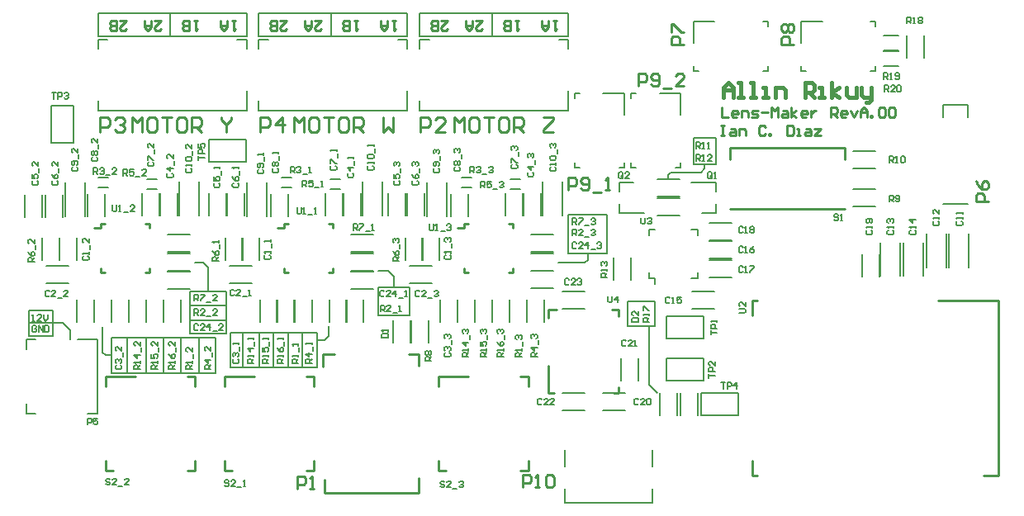
<source format=gbr>
%TF.GenerationSoftware,Altium Limited,Altium Designer,22.11.1 (43)*%
G04 Layer_Color=65535*
%FSLAX26Y26*%
%MOIN*%
%TF.SameCoordinates,2A7337FD-AF25-45B1-AC32-E314E96981BF*%
%TF.FilePolarity,Positive*%
%TF.FileFunction,Legend,Top*%
%TF.Part,Single*%
G01*
G75*
%TA.AperFunction,NonConductor*%
%ADD53C,0.006000*%
%ADD54C,0.005000*%
%ADD55C,0.010000*%
%ADD56C,0.015000*%
D53*
X901772Y1799213D02*
Y1838583D01*
X862402D02*
X901772D01*
X301772Y1799213D02*
Y1838583D01*
X341142D01*
X301772Y1551181D02*
Y1590551D01*
Y1551181D02*
X901772Y1551181D01*
Y1629921D01*
X220473Y626371D02*
X299213D01*
Y326371D02*
Y626371D01*
X11812Y326371D02*
Y365741D01*
Y626371D02*
X51182D01*
X11812Y587000D02*
Y626371D01*
Y326371D02*
X51182D01*
X259843D02*
X299213D01*
X2407249Y1138579D02*
X2505674D01*
X2407249Y1261413D02*
X2462367D01*
X2407249Y1138579D02*
Y1175586D01*
Y1224405D02*
Y1261413D01*
X3711999Y1173543D02*
X3811999D01*
X3711999Y1523543D02*
Y1573543D01*
X3811999Y1523543D02*
Y1573543D01*
X3711999D02*
X3811999D01*
X2225000Y1620000D02*
X2245000D01*
X2225000Y1600000D02*
Y1620000D01*
Y1320000D02*
Y1340000D01*
Y1320000D02*
X2245000D01*
X2405000D02*
X2425000D01*
Y1340000D01*
Y1570000D02*
Y1620000D01*
X2375000D02*
X2425000D01*
Y1535000D02*
Y1570000D01*
X2340000Y1620000D02*
X2375000D01*
X2548564Y849331D02*
Y873347D01*
X2524942D02*
X2548564D01*
X2524942D02*
Y896969D01*
Y1046575D02*
Y1070197D01*
X2548564D01*
X2698170D02*
X2721792D01*
Y1046575D02*
Y1070197D01*
Y873347D02*
Y896969D01*
X2698170Y873347D02*
X2721792D01*
X748969Y1345000D02*
Y1435000D01*
Y1345000D02*
X898969D01*
Y1435000D01*
X748969D02*
X898969D01*
X3551819Y882992D02*
Y1017992D01*
X3631819Y882992D02*
Y1017992D01*
X3635000Y1763339D02*
Y1853339D01*
X3565000Y1763339D02*
Y1853339D01*
X3473543Y1730000D02*
X3533543D01*
X3473543Y1790000D02*
X3533543D01*
X1239680Y1275645D02*
X1279680D01*
X1239680Y1235645D02*
X1279680D01*
X214900Y946487D02*
Y1036487D01*
X144900Y946487D02*
Y1036487D01*
X93561Y853487D02*
X183561D01*
X93561Y923487D02*
X183561D01*
X286270Y698405D02*
Y788405D01*
X216270Y698405D02*
Y788405D01*
X552900Y1125999D02*
Y1215999D01*
X622900Y1125999D02*
Y1215999D01*
X8001Y1119346D02*
Y1209346D01*
X78001Y1119346D02*
Y1209346D01*
X161270Y1120164D02*
Y1210164D01*
X91270Y1120164D02*
Y1210164D01*
X551270Y1125999D02*
Y1215999D01*
X481270Y1125999D02*
Y1215999D01*
X330270Y1123826D02*
Y1213826D01*
X260270Y1123826D02*
Y1213826D01*
X169900Y1125165D02*
Y1260165D01*
X249900Y1125165D02*
Y1260165D01*
X629900Y1127652D02*
Y1262652D01*
X709900Y1127652D02*
Y1262652D01*
X566325Y698405D02*
Y788405D01*
X496325Y698405D02*
Y788405D01*
X584239Y972487D02*
X674239D01*
X584239Y902487D02*
X674239D01*
X304585Y1239660D02*
X344585D01*
X304585Y1279660D02*
X344585D01*
X635325Y698405D02*
Y788405D01*
X565325Y698405D02*
Y788405D01*
X500955Y1275645D02*
X540955D01*
X500955Y1235645D02*
X540955D01*
X76270Y946487D02*
Y1036487D01*
X146270Y946487D02*
Y1036487D01*
X584239Y981345D02*
X674239D01*
X584239Y1051345D02*
X674239D01*
X355585Y698405D02*
Y788405D01*
X285585Y698405D02*
Y788405D01*
X426585Y698405D02*
Y788405D01*
X356585Y698405D02*
Y788405D01*
X496955Y698405D02*
Y788405D01*
X426955Y698405D02*
Y788405D01*
X1681481Y946487D02*
Y1036487D01*
X1611481Y946487D02*
Y1036487D01*
X1560142Y853487D02*
X1650142D01*
X1560142Y923487D02*
X1650142D01*
X1752851Y698405D02*
Y788405D01*
X1682851Y698405D02*
Y788405D01*
X2019481Y1125999D02*
Y1215999D01*
X2089481Y1125999D02*
Y1215999D01*
X1474000Y1125999D02*
Y1215999D01*
X1544000Y1125999D02*
Y1215999D01*
X1619000Y1125999D02*
Y1215999D01*
X1549000Y1125999D02*
Y1215999D01*
X2017851Y1125999D02*
Y1215999D01*
X1947851Y1125999D02*
Y1215999D01*
X1796851Y1123826D02*
Y1213826D01*
X1726851Y1123826D02*
Y1213826D01*
X1629457Y1125621D02*
Y1260621D01*
X1709457Y1125621D02*
Y1260621D01*
X2096481Y1127652D02*
Y1262652D01*
X2176481Y1127652D02*
Y1262652D01*
X2032906Y698405D02*
Y788405D01*
X1962906Y698405D02*
Y788405D01*
X2050819Y972487D02*
X2140819D01*
X2050819Y902487D02*
X2140819D01*
X1771166Y1239660D02*
X1811166D01*
X1771166Y1279660D02*
X1811166D01*
X2101906Y698405D02*
Y788405D01*
X2031906Y698405D02*
Y788405D01*
X1967536Y1275645D02*
X2007536D01*
X1967536Y1235645D02*
X2007536D01*
X1542851Y946487D02*
Y1036487D01*
X1612851Y946487D02*
Y1036487D01*
X2050819Y981345D02*
X2140819D01*
X2050819Y1051345D02*
X2140819D01*
X1822166Y698405D02*
Y788405D01*
X1752166Y698405D02*
Y788405D01*
X1893166Y698405D02*
Y788405D01*
X1823166Y698405D02*
Y788405D01*
X1963536Y698405D02*
Y788405D01*
X1893536Y698405D02*
Y788405D01*
X953625Y946487D02*
Y1036487D01*
X883625Y946487D02*
Y1036487D01*
X832286Y853487D02*
X922286D01*
X832286Y923487D02*
X922286D01*
X1024995Y698405D02*
Y788405D01*
X954995Y698405D02*
Y788405D01*
X1291625Y1125999D02*
Y1215999D01*
X1361625Y1125999D02*
Y1215999D01*
X748969Y1125857D02*
Y1215857D01*
X818969Y1125857D02*
Y1215857D01*
X893969Y1125857D02*
Y1215857D01*
X823969Y1125857D02*
Y1215857D01*
X1289995Y1125999D02*
Y1215999D01*
X1219995Y1125999D02*
Y1215999D01*
X1068995Y1123826D02*
Y1213826D01*
X998995Y1123826D02*
Y1213826D01*
X904426Y1125479D02*
Y1260479D01*
X984426Y1125479D02*
Y1260479D01*
X1368625Y1127652D02*
Y1262652D01*
X1448625Y1127652D02*
Y1262652D01*
X1305050Y698405D02*
Y788405D01*
X1235050Y698405D02*
Y788405D01*
X1322963Y972487D02*
X1412963D01*
X1322963Y902487D02*
X1412963D01*
X1043310Y1239660D02*
X1083310D01*
X1043310Y1279660D02*
X1083310D01*
X1374050Y698405D02*
Y788405D01*
X1304050Y698405D02*
Y788405D01*
X814995Y946487D02*
Y1036487D01*
X884995Y946487D02*
Y1036487D01*
X1322963Y981345D02*
X1412963D01*
X1322963Y1051345D02*
X1412963D01*
X1094310Y698405D02*
Y788405D01*
X1024310Y698405D02*
Y788405D01*
X1165310Y698405D02*
Y788405D01*
X1095310Y698405D02*
Y788405D01*
X1235680Y698405D02*
Y788405D01*
X1165680Y698405D02*
Y788405D01*
X1564000Y613339D02*
Y703339D01*
X1494000Y613339D02*
Y703339D01*
X2200984Y1799213D02*
Y1838583D01*
X2161614D02*
X2200984D01*
X1600984Y1799213D02*
Y1838583D01*
X1640354D01*
X1600984Y1551181D02*
Y1590551D01*
Y1551181D02*
X2200984Y1551181D01*
Y1629921D01*
X1551378Y1799213D02*
Y1838583D01*
X1512008D02*
X1551378D01*
X951378Y1799213D02*
Y1838583D01*
X990748D01*
X951378Y1551181D02*
Y1590551D01*
Y1551181D02*
X1551378Y1551181D01*
Y1629921D01*
X1635186Y613339D02*
Y703339D01*
X1565186Y613339D02*
Y703339D01*
X3736999Y917992D02*
Y1052992D01*
X3816999Y917992D02*
Y1052992D01*
X3645000Y917992D02*
Y1052992D01*
X3725000Y917992D02*
Y1052992D01*
X3459819Y882992D02*
Y1017992D01*
X3539819Y882992D02*
Y1017992D01*
X2698265Y819744D02*
X2788265D01*
X2698265Y749744D02*
X2788265D01*
X2770792Y1023701D02*
X2860792D01*
X2770792Y953701D02*
X2860792D01*
X2770792Y877717D02*
X2860792D01*
X2770792Y947717D02*
X2860792D01*
X2770792Y1027323D02*
X2860792D01*
X2770792Y1097323D02*
X2860792D01*
X3385000Y881339D02*
Y971339D01*
X3455000Y881339D02*
Y971339D01*
X2697942Y1261413D02*
X2796367D01*
X2741249Y1138579D02*
X2796367D01*
Y1224405D02*
Y1261413D01*
Y1138579D02*
Y1175586D01*
X3351339Y1235000D02*
X3441339D01*
X3351339Y1165000D02*
X3441339D01*
X3351339Y1318543D02*
X3441339D01*
X3351339Y1388543D02*
X3441339D01*
X2559414Y1202398D02*
X2649414D01*
X2559414Y1272398D02*
X2649414D01*
X2559414Y1197594D02*
X2649414D01*
X2559414Y1127594D02*
X2649414D01*
X2454102Y865749D02*
Y955749D01*
X2384102Y865749D02*
Y955749D01*
X2339843Y340000D02*
X2429843D01*
X2339843Y410000D02*
X2429843D01*
X2484102Y460182D02*
Y550182D01*
X2414102Y460182D02*
Y550182D01*
X2175764Y340000D02*
X2265764D01*
X2175764Y410000D02*
X2265764D01*
X2175764Y749744D02*
X2265764D01*
X2175764Y819744D02*
X2265764D01*
X2570000Y319339D02*
Y409339D01*
X2640000Y319339D02*
Y409339D01*
X2651999Y319339D02*
Y409339D01*
X2721999Y319339D02*
Y409339D01*
X1322963Y831321D02*
X1412963D01*
X1322963Y901321D02*
X1412963D01*
X584239Y831984D02*
X674239D01*
X584239Y901984D02*
X674239D01*
X2050760Y833712D02*
X2140760D01*
X2050760Y903712D02*
X2140760D01*
X2705000Y1710000D02*
Y1730000D01*
Y1710000D02*
X2725000D01*
X2985000D02*
X3005000D01*
Y1730000D01*
Y1890000D02*
Y1910000D01*
X2985000D02*
X3005000D01*
X2705000D02*
X2755000D01*
X2705000Y1860000D02*
Y1910000D01*
X2755000D02*
X2790000D01*
X2705000Y1825000D02*
Y1860000D01*
X3140000Y1710000D02*
Y1730000D01*
Y1710000D02*
X3160000D01*
X3420000D02*
X3440000D01*
Y1730000D01*
Y1890000D02*
Y1910000D01*
X3420000D02*
X3440000D01*
X3140000D02*
X3190000D01*
X3140000Y1860000D02*
Y1910000D01*
X3190000D02*
X3225000D01*
X3140000Y1825000D02*
Y1860000D01*
X2454414Y1620000D02*
X2474414D01*
X2454414Y1600000D02*
Y1620000D01*
Y1320000D02*
Y1340000D01*
Y1320000D02*
X2474414D01*
X2634414D02*
X2654414D01*
Y1340000D01*
Y1570000D02*
Y1620000D01*
X2604414D02*
X2654414D01*
Y1535000D02*
Y1570000D01*
X2569414Y1620000D02*
X2604414D01*
X3473543Y1795000D02*
X3533543D01*
X3473543Y1855000D02*
X3533543D01*
X2595000Y630000D02*
Y720000D01*
Y630000D02*
X2745000D01*
Y720000D01*
X2595000D02*
X2745000D01*
X2595000Y461063D02*
Y551063D01*
Y461063D02*
X2745000D01*
Y551063D01*
X2595000D02*
X2745000D01*
X112481Y1420000D02*
X202481D01*
Y1570000D01*
X112481D02*
X202481D01*
X112481Y1420000D02*
Y1570000D01*
X2885000Y320030D02*
Y410030D01*
X2735000D02*
X2885000D01*
X2735000Y320030D02*
Y410030D01*
Y320030D02*
X2885000D01*
X2524942Y444397D02*
X2560000Y409339D01*
X2524942Y444397D02*
Y542623D01*
Y680000D01*
X2440000Y780000D02*
X2548564D01*
Y680000D02*
Y780000D01*
X2440000Y680000D02*
X2548564D01*
X2440000D02*
Y780000D01*
X189527Y626371D02*
Y665000D01*
X161270Y693257D02*
X189527Y665000D01*
X118914Y693257D02*
X161270D01*
X24002Y641810D02*
X119556D01*
X24002Y693257D02*
X118914D01*
X24002Y745216D02*
X119556D01*
Y641810D02*
Y745216D01*
X24002Y641810D02*
Y745216D01*
X710000Y490000D02*
Y634900D01*
X635325Y490000D02*
Y635000D01*
X565000Y490000D02*
Y635000D01*
X496325Y490000D02*
Y635000D01*
X420000Y490000D02*
Y635000D01*
X320585Y574110D02*
Y678405D01*
Y574110D02*
X332195Y562500D01*
X355000D01*
Y635000D02*
X775000D01*
Y490000D02*
Y635000D01*
X355000Y490000D02*
X775000D01*
X355000D02*
Y635000D01*
X594009Y1855647D02*
Y1944963D01*
X301772Y1945000D02*
X901772D01*
X301772Y1850000D02*
Y1945000D01*
X901772Y1850000D02*
Y1945000D01*
X951378Y1850000D02*
Y1945000D01*
X1243616Y1855647D02*
Y1944963D01*
X951378Y1945000D02*
X1551378D01*
X1600984Y1850000D02*
X2200984D01*
X1600984Y1945000D02*
X2200984D01*
X1893222Y1855647D02*
Y1944963D01*
X2200984Y1850000D02*
Y1945000D01*
X1600984Y1850000D02*
Y1945000D01*
X1551378Y1850000D02*
Y1945000D01*
X951378Y1850000D02*
X1551378D01*
X301772D02*
X901772D01*
X2604414Y1272398D02*
Y1290000D01*
X2614414Y1300000D01*
X2735000D01*
X2750684Y1315684D01*
Y1335000D01*
X2705000Y1440000D02*
X2796367D01*
Y1335000D02*
Y1440000D01*
X2705000Y1335000D02*
X2796367D01*
X2705000D02*
Y1440000D01*
X2160819Y937487D02*
X2267487D01*
X2278756Y948756D01*
Y972487D01*
X2200000Y1130000D02*
X2355000D01*
Y972487D02*
Y1130000D01*
X2200000Y972487D02*
X2355000D01*
X2200000D02*
Y1130000D01*
X1431708Y902487D02*
X1474000D01*
X1496250Y880237D01*
Y836321D02*
Y880237D01*
X1431708Y725000D02*
Y836321D01*
X1560792D01*
Y725000D02*
Y836321D01*
X1431708Y725000D02*
X1560792D01*
X1231570Y641569D02*
Y680000D01*
X1215000Y625000D02*
X1231570Y641569D01*
X1185000Y625000D02*
X1215000D01*
X1125000Y515000D02*
Y655000D01*
X1068995Y516795D02*
Y655000D01*
X1010000Y516967D02*
Y655000D01*
X953625Y515000D02*
Y655000D01*
X884995Y516370D02*
Y655000D01*
X835000D02*
X1185000D01*
Y515000D02*
Y655000D01*
X835000Y515000D02*
X1185000D01*
X835000D02*
Y655000D01*
X694239Y937487D02*
X727513D01*
X746604Y918396D01*
Y890380D02*
Y918396D01*
Y820000D02*
Y905380D01*
X675000Y705000D02*
X818969D01*
X675000Y765000D02*
X818969D01*
X674239Y820000D02*
X818969D01*
Y650000D02*
Y820000D01*
X674239Y650000D02*
X818969D01*
X674239D02*
Y820000D01*
X37001Y702201D02*
X45332D01*
X41166D01*
Y727193D01*
X37001Y723027D01*
X74489Y702201D02*
X57828D01*
X74489Y718862D01*
Y723027D01*
X70324Y727193D01*
X61993D01*
X57828Y723027D01*
X82820Y727193D02*
Y710531D01*
X91150Y702201D01*
X99481Y710531D01*
Y727193D01*
X53662Y678637D02*
X49497Y682802D01*
X41166D01*
X37001Y678637D01*
Y661976D01*
X41166Y657810D01*
X49497D01*
X53662Y661976D01*
Y670306D01*
X45332D01*
X61993Y657810D02*
Y682802D01*
X78654Y657810D01*
Y682802D01*
X86985D02*
Y657810D01*
X99481D01*
X103646Y661976D01*
Y678637D01*
X99481Y682802D01*
X86985D01*
X2420835Y1281669D02*
Y1298331D01*
X2416669Y1302496D01*
X2408339D01*
X2404173Y1298331D01*
Y1281669D01*
X2408339Y1277504D01*
X2416669D01*
X2412504Y1285835D02*
X2420835Y1277504D01*
X2416669D02*
X2420835Y1281669D01*
X2445827Y1277504D02*
X2429165D01*
X2445827Y1294165D01*
Y1298331D01*
X2441661Y1302496D01*
X2433331D01*
X2429165Y1298331D01*
X2361276Y800901D02*
Y780075D01*
X2365442Y775909D01*
X2373772D01*
X2377938Y780075D01*
Y800901D01*
X2398764Y775909D02*
Y800901D01*
X2386268Y788405D01*
X2402930D01*
X3290000Y1128331D02*
X3285835Y1132496D01*
X3277504D01*
X3273339Y1128331D01*
Y1124165D01*
X3277504Y1120000D01*
X3285835D01*
X3290000Y1115835D01*
Y1111669D01*
X3285835Y1107504D01*
X3277504D01*
X3273339Y1111669D01*
X3298331Y1107504D02*
X3306661D01*
X3302496D01*
Y1132496D01*
X3298331Y1128331D01*
X2890087Y734173D02*
X2910914D01*
X2915079Y738339D01*
Y746669D01*
X2910914Y750835D01*
X2890087D01*
X2915079Y775827D02*
Y759165D01*
X2898418Y775827D01*
X2894253D01*
X2890087Y771661D01*
Y763331D01*
X2894253Y759165D01*
X2494173Y1117496D02*
Y1096669D01*
X2498339Y1092504D01*
X2506669D01*
X2510835Y1096669D01*
Y1117496D01*
X2519165Y1113331D02*
X2523331Y1117496D01*
X2531661D01*
X2535827Y1113331D01*
Y1109165D01*
X2531661Y1105000D01*
X2527496D01*
X2531661D01*
X2535827Y1100835D01*
Y1096669D01*
X2531661Y1092504D01*
X2523331D01*
X2519165Y1096669D01*
X830008Y55413D02*
X825843Y59579D01*
X817512D01*
X813347Y55413D01*
Y51248D01*
X817512Y47083D01*
X825843D01*
X830008Y42917D01*
Y38752D01*
X825843Y34587D01*
X817512D01*
X813347Y38752D01*
X855000Y34587D02*
X838339D01*
X855000Y51248D01*
Y55413D01*
X850835Y59579D01*
X842504D01*
X838339Y55413D01*
X863331Y30421D02*
X879992D01*
X888323Y34587D02*
X896653D01*
X892488D01*
Y59579D01*
X888323Y55413D01*
X707504Y1351678D02*
Y1368339D01*
Y1360008D01*
X732496D01*
Y1376669D02*
X707504D01*
Y1389165D01*
X711669Y1393331D01*
X720000D01*
X724165Y1389165D01*
Y1376669D01*
X707504Y1418323D02*
Y1401661D01*
X720000D01*
X715835Y1409992D01*
Y1414157D01*
X720000Y1418323D01*
X728331D01*
X732496Y1414157D01*
Y1405827D01*
X728331Y1401661D01*
X1105429Y1159579D02*
Y1138752D01*
X1109595Y1134587D01*
X1117926D01*
X1122091Y1138752D01*
Y1159579D01*
X1130421Y1134587D02*
X1138752D01*
X1134587D01*
Y1159579D01*
X1130421Y1155413D01*
X1151248Y1130421D02*
X1167909D01*
X1176240Y1134587D02*
X1184571D01*
X1180405D01*
Y1159579D01*
X1176240Y1155413D01*
X3581669Y1067661D02*
X3577504Y1063496D01*
Y1055165D01*
X3581669Y1051000D01*
X3598331D01*
X3602496Y1055165D01*
Y1063496D01*
X3598331Y1067661D01*
X3602496Y1075992D02*
Y1084323D01*
Y1080157D01*
X3577504D01*
X3581669Y1075992D01*
X3602496Y1109315D02*
X3577504D01*
X3590000Y1096819D01*
Y1113480D01*
X3568001Y1902504D02*
Y1927496D01*
X3580497D01*
X3584662Y1923331D01*
Y1915000D01*
X3580497Y1910835D01*
X3568001D01*
X3576331D02*
X3584662Y1902504D01*
X3592992D02*
X3601323D01*
X3597158D01*
Y1927496D01*
X3592992Y1923331D01*
X3613819D02*
X3617984Y1927496D01*
X3626315D01*
X3630480Y1923331D01*
Y1919166D01*
X3626315Y1915000D01*
X3630480Y1910835D01*
Y1906670D01*
X3626315Y1902504D01*
X3617984D01*
X3613819Y1906670D01*
Y1910835D01*
X3617984Y1915000D01*
X3613819Y1919166D01*
Y1923331D01*
X3617984Y1915000D02*
X3626315D01*
X3476677Y1627504D02*
Y1652496D01*
X3489173D01*
X3493339Y1648331D01*
Y1640000D01*
X3489173Y1635835D01*
X3476677D01*
X3485008D02*
X3493339Y1627504D01*
X3518331D02*
X3501669D01*
X3518331Y1644165D01*
Y1648331D01*
X3514165Y1652496D01*
X3505835D01*
X3501669Y1648331D01*
X3526661D02*
X3530827Y1652496D01*
X3539157D01*
X3543323Y1648331D01*
Y1631669D01*
X3539157Y1627504D01*
X3530827D01*
X3526661Y1631669D01*
Y1648331D01*
X1128027Y1243200D02*
Y1268192D01*
X1140523D01*
X1144688Y1264027D01*
Y1255696D01*
X1140523Y1251531D01*
X1128027D01*
X1136357D02*
X1144688Y1243200D01*
X1169680Y1268192D02*
X1153019D01*
Y1255696D01*
X1161349Y1259861D01*
X1165515D01*
X1169680Y1255696D01*
Y1247366D01*
X1165515Y1243200D01*
X1157184D01*
X1153019Y1247366D01*
X1178011Y1239035D02*
X1194672D01*
X1203002Y1243200D02*
X1211333D01*
X1207168D01*
Y1268192D01*
X1203002Y1264027D01*
X244587Y962926D02*
X240421Y958760D01*
Y950429D01*
X244587Y946264D01*
X261248D01*
X265413Y950429D01*
Y958760D01*
X261248Y962926D01*
X265413Y971256D02*
Y979587D01*
Y975421D01*
X240421D01*
X244587Y971256D01*
X269579Y992083D02*
Y1008744D01*
X265413Y1033736D02*
Y1017075D01*
X248752Y1033736D01*
X244587D01*
X240421Y1029571D01*
Y1021240D01*
X244587Y1017075D01*
X105843Y820413D02*
X101677Y824579D01*
X93347D01*
X89181Y820413D01*
Y803752D01*
X93347Y799587D01*
X101677D01*
X105843Y803752D01*
X130835Y799587D02*
X114173D01*
X130835Y816248D01*
Y820413D01*
X126669Y824579D01*
X118339D01*
X114173Y820413D01*
X139165Y795421D02*
X155827D01*
X180819Y799587D02*
X164157D01*
X180819Y816248D01*
Y820413D01*
X176653Y824579D01*
X168322D01*
X164157Y820413D01*
X376780Y522493D02*
X372615Y518328D01*
Y509997D01*
X376780Y505832D01*
X393441D01*
X397606Y509997D01*
Y518328D01*
X393441Y522493D01*
X376780Y530824D02*
X372615Y534989D01*
Y543320D01*
X376780Y547485D01*
X380945D01*
X385110Y543320D01*
Y539154D01*
Y543320D01*
X389276Y547485D01*
X393441D01*
X397606Y543320D01*
Y534989D01*
X393441Y530824D01*
X401772Y555816D02*
Y572477D01*
X397606Y597469D02*
Y580808D01*
X380945Y597469D01*
X376780D01*
X372615Y593304D01*
Y584973D01*
X376780Y580808D01*
X584587Y1297661D02*
X580421Y1293496D01*
Y1285165D01*
X584587Y1281000D01*
X601248D01*
X605413Y1285165D01*
Y1293496D01*
X601248Y1297661D01*
X605413Y1318488D02*
X580421D01*
X592917Y1305992D01*
Y1322653D01*
X609578Y1330984D02*
Y1347645D01*
X605413Y1372637D02*
Y1355976D01*
X588752Y1372637D01*
X584587D01*
X580421Y1368472D01*
Y1360141D01*
X584587Y1355976D01*
X39587Y1267661D02*
X35421Y1263496D01*
Y1255165D01*
X39587Y1251000D01*
X56248D01*
X60413Y1255165D01*
Y1263496D01*
X56248Y1267661D01*
X35421Y1292653D02*
Y1275992D01*
X47917D01*
X43752Y1284323D01*
Y1288488D01*
X47917Y1292653D01*
X56248D01*
X60413Y1288488D01*
Y1280157D01*
X56248Y1275992D01*
X64579Y1300984D02*
Y1317645D01*
X60413Y1342637D02*
Y1325976D01*
X43752Y1342637D01*
X39587D01*
X35421Y1338472D01*
Y1330141D01*
X39587Y1325976D01*
X119587Y1267661D02*
X115421Y1263496D01*
Y1255165D01*
X119587Y1251000D01*
X136248D01*
X140413Y1255165D01*
Y1263496D01*
X136248Y1267661D01*
X115421Y1292653D02*
X119587Y1284323D01*
X127917Y1275992D01*
X136248D01*
X140413Y1280157D01*
Y1288488D01*
X136248Y1292653D01*
X132083D01*
X127917Y1288488D01*
Y1275992D01*
X144578Y1300984D02*
Y1317645D01*
X140413Y1342637D02*
Y1325976D01*
X123752Y1342637D01*
X119587D01*
X115421Y1338472D01*
Y1330141D01*
X119587Y1325976D01*
X505857Y1342661D02*
X501691Y1338496D01*
Y1330165D01*
X505857Y1326000D01*
X522518D01*
X526683Y1330165D01*
Y1338496D01*
X522518Y1342661D01*
X501691Y1350992D02*
Y1367653D01*
X505857D01*
X522518Y1350992D01*
X526683D01*
X530848Y1375984D02*
Y1392645D01*
X526683Y1417637D02*
Y1400976D01*
X510022Y1417637D01*
X505857D01*
X501691Y1413472D01*
Y1405141D01*
X505857Y1400976D01*
X279587Y1362661D02*
X275421Y1358496D01*
Y1350165D01*
X279587Y1346000D01*
X296248D01*
X300413Y1350165D01*
Y1358496D01*
X296248Y1362661D01*
X279587Y1370992D02*
X275421Y1375157D01*
Y1383488D01*
X279587Y1387653D01*
X283752D01*
X287917Y1383488D01*
X292083Y1387653D01*
X296248D01*
X300413Y1383488D01*
Y1375157D01*
X296248Y1370992D01*
X292083D01*
X287917Y1375157D01*
X283752Y1370992D01*
X279587D01*
X287917Y1375157D02*
Y1383488D01*
X304579Y1395984D02*
Y1412645D01*
X300413Y1437637D02*
Y1420976D01*
X283752Y1437637D01*
X279587D01*
X275421Y1433472D01*
Y1425141D01*
X279587Y1420976D01*
X199587Y1322661D02*
X195421Y1318496D01*
Y1310165D01*
X199587Y1306000D01*
X216248D01*
X220413Y1310165D01*
Y1318496D01*
X216248Y1322661D01*
Y1330992D02*
X220413Y1335157D01*
Y1343488D01*
X216248Y1347653D01*
X199587D01*
X195421Y1343488D01*
Y1335157D01*
X199587Y1330992D01*
X203752D01*
X207917Y1335157D01*
Y1347653D01*
X224578Y1355984D02*
Y1372645D01*
X220413Y1397637D02*
Y1380976D01*
X203752Y1397637D01*
X199587D01*
X195421Y1393472D01*
Y1385141D01*
X199587Y1380976D01*
X659587Y1317661D02*
X655421Y1313496D01*
Y1305165D01*
X659587Y1301000D01*
X676248D01*
X680413Y1305165D01*
Y1313496D01*
X676248Y1317661D01*
X680413Y1325992D02*
Y1334323D01*
Y1330157D01*
X655421D01*
X659587Y1325992D01*
Y1346819D02*
X655421Y1350984D01*
Y1359315D01*
X659587Y1363480D01*
X676248D01*
X680413Y1359315D01*
Y1350984D01*
X676248Y1346819D01*
X659587D01*
X684578Y1371811D02*
Y1388472D01*
X680413Y1413464D02*
Y1396802D01*
X663752Y1413464D01*
X659587D01*
X655421Y1409298D01*
Y1400968D01*
X659587Y1396802D01*
X682606Y505832D02*
X657615D01*
Y518328D01*
X661780Y522493D01*
X670111D01*
X674276Y518328D01*
Y505832D01*
Y514163D02*
X682606Y522493D01*
Y530824D02*
Y539154D01*
Y534989D01*
X657615D01*
X661780Y530824D01*
X686772Y551650D02*
Y568312D01*
X682606Y593304D02*
Y576642D01*
X665945Y593304D01*
X661780D01*
X657615Y589138D01*
Y580808D01*
X661780Y576642D01*
X691000Y724587D02*
Y749579D01*
X703496D01*
X707661Y745413D01*
Y737083D01*
X703496Y732917D01*
X691000D01*
X699331D02*
X707661Y724587D01*
X732653D02*
X715992D01*
X732653Y741248D01*
Y745413D01*
X728488Y749579D01*
X720157D01*
X715992Y745413D01*
X740984Y720421D02*
X757645D01*
X782637Y724587D02*
X765976D01*
X782637Y741248D01*
Y745413D01*
X778472Y749579D01*
X770141D01*
X765976Y745413D01*
X284452Y1294587D02*
Y1319579D01*
X296947D01*
X301113Y1315413D01*
Y1307083D01*
X296947Y1302917D01*
X284452D01*
X292782D02*
X301113Y1294587D01*
X309443Y1315413D02*
X313609Y1319579D01*
X321939D01*
X326105Y1315413D01*
Y1311248D01*
X321939Y1307083D01*
X317774D01*
X321939D01*
X326105Y1302917D01*
Y1298752D01*
X321939Y1294587D01*
X313609D01*
X309443Y1298752D01*
X334435Y1290421D02*
X351097D01*
X376089Y1294587D02*
X359427D01*
X376089Y1311248D01*
Y1315413D01*
X371923Y1319579D01*
X363592D01*
X359427Y1315413D01*
X757606Y505832D02*
X732615D01*
Y518328D01*
X736780Y522493D01*
X745110D01*
X749276Y518328D01*
Y505832D01*
Y514163D02*
X757606Y522493D01*
Y543320D02*
X732615D01*
X745110Y530824D01*
Y547485D01*
X761772Y555816D02*
Y572477D01*
X757606Y597469D02*
Y580808D01*
X740945Y597469D01*
X736780D01*
X732615Y593304D01*
Y584973D01*
X736780Y580808D01*
X404822Y1288587D02*
Y1313579D01*
X417318D01*
X421483Y1309413D01*
Y1301083D01*
X417318Y1296917D01*
X404822D01*
X413152D02*
X421483Y1288587D01*
X446475Y1313579D02*
X429813D01*
Y1301083D01*
X438144Y1305248D01*
X442310D01*
X446475Y1301083D01*
Y1292752D01*
X442310Y1288587D01*
X433979D01*
X429813Y1292752D01*
X454805Y1284421D02*
X471467D01*
X496459Y1288587D02*
X479797D01*
X496459Y1305248D01*
Y1309413D01*
X492293Y1313579D01*
X483963D01*
X479797Y1309413D01*
X45413Y939182D02*
X20421D01*
Y951678D01*
X24587Y955843D01*
X32917D01*
X37083Y951678D01*
Y939182D01*
Y947512D02*
X45413Y955843D01*
X20421Y980835D02*
X24587Y972504D01*
X32917Y964173D01*
X41248D01*
X45413Y968339D01*
Y976669D01*
X41248Y980835D01*
X37083D01*
X32917Y976669D01*
Y964173D01*
X49579Y989165D02*
Y1005827D01*
X45413Y1030819D02*
Y1014157D01*
X28752Y1030819D01*
X24587D01*
X20421Y1026653D01*
Y1018322D01*
X24587Y1014157D01*
X690239Y782992D02*
Y807984D01*
X702735D01*
X706900Y803818D01*
Y795488D01*
X702735Y791322D01*
X690239D01*
X698569D02*
X706900Y782992D01*
X715230Y807984D02*
X731892D01*
Y803818D01*
X715230Y787157D01*
Y782992D01*
X740222Y778827D02*
X756884D01*
X781875Y782992D02*
X765214D01*
X781875Y799653D01*
Y803818D01*
X777710Y807984D01*
X769380D01*
X765214Y803818D01*
X472606Y505832D02*
X447615D01*
Y518328D01*
X451780Y522493D01*
X460110D01*
X464276Y518328D01*
Y505832D01*
Y514163D02*
X472606Y522493D01*
Y530824D02*
Y539154D01*
Y534989D01*
X447615D01*
X451780Y530824D01*
X472606Y564146D02*
X447615D01*
X460110Y551650D01*
Y568312D01*
X476772Y576642D02*
Y593304D01*
X472606Y618296D02*
Y601634D01*
X455945Y618296D01*
X451780D01*
X447615Y614130D01*
Y605800D01*
X451780Y601634D01*
X542606Y505832D02*
X517615D01*
Y518328D01*
X521780Y522493D01*
X530110D01*
X534276Y518328D01*
Y505832D01*
Y514163D02*
X542606Y522493D01*
Y530824D02*
Y539154D01*
Y534989D01*
X517615D01*
X521780Y530824D01*
X517615Y568312D02*
Y551650D01*
X530110D01*
X525945Y559981D01*
Y564146D01*
X530110Y568312D01*
X538441D01*
X542606Y564146D01*
Y555816D01*
X538441Y551650D01*
X546772Y576642D02*
Y593304D01*
X542606Y618296D02*
Y601634D01*
X525945Y618296D01*
X521780D01*
X517615Y614130D01*
Y605800D01*
X521780Y601634D01*
X612606Y505832D02*
X587615D01*
Y518328D01*
X591780Y522493D01*
X600110D01*
X604276Y518328D01*
Y505832D01*
Y514163D02*
X612606Y522493D01*
Y530824D02*
Y539154D01*
Y534989D01*
X587615D01*
X591780Y530824D01*
X587615Y568312D02*
X591780Y559981D01*
X600110Y551650D01*
X608441D01*
X612606Y555816D01*
Y564146D01*
X608441Y568312D01*
X604276D01*
X600110Y564146D01*
Y551650D01*
X616772Y576642D02*
Y593304D01*
X612606Y618296D02*
Y601634D01*
X595945Y618296D01*
X591780D01*
X587615Y614130D01*
Y605800D01*
X591780Y601634D01*
X350843Y60413D02*
X346678Y64579D01*
X338347D01*
X334182Y60413D01*
Y56248D01*
X338347Y52083D01*
X346678D01*
X350843Y47917D01*
Y43752D01*
X346678Y39587D01*
X338347D01*
X334182Y43752D01*
X375835Y39587D02*
X359173D01*
X375835Y56248D01*
Y60413D01*
X371669Y64579D01*
X363339D01*
X359173Y60413D01*
X384165Y35421D02*
X400827D01*
X425818Y39587D02*
X409157D01*
X425818Y56248D01*
Y60413D01*
X421653Y64579D01*
X413322D01*
X409157Y60413D01*
X361264Y1169579D02*
Y1148752D01*
X365430Y1144587D01*
X373760D01*
X377925Y1148752D01*
Y1169579D01*
X386256Y1144587D02*
X394587D01*
X390421D01*
Y1169579D01*
X386256Y1165413D01*
X407083Y1140421D02*
X423744D01*
X448736Y1144587D02*
X432075D01*
X448736Y1161248D01*
Y1165413D01*
X444571Y1169579D01*
X436240D01*
X432075Y1165413D01*
X1705438Y966586D02*
X1701272Y962420D01*
Y954090D01*
X1705438Y949924D01*
X1722099D01*
X1726264Y954090D01*
Y962420D01*
X1722099Y966586D01*
X1726264Y974916D02*
Y983247D01*
Y979082D01*
X1701272D01*
X1705438Y974916D01*
X1730429Y995743D02*
Y1012404D01*
X1705438Y1020735D02*
X1701272Y1024900D01*
Y1033231D01*
X1705438Y1037396D01*
X1709603D01*
X1713768Y1033231D01*
Y1029065D01*
Y1033231D01*
X1717934Y1037396D01*
X1722099D01*
X1726264Y1033231D01*
Y1024900D01*
X1722099Y1020735D01*
X1600300Y820413D02*
X1596134Y824579D01*
X1587803D01*
X1583638Y820413D01*
Y803752D01*
X1587803Y799587D01*
X1596134D01*
X1600300Y803752D01*
X1625291Y799587D02*
X1608630D01*
X1625291Y816248D01*
Y820413D01*
X1621126Y824579D01*
X1612795D01*
X1608630Y820413D01*
X1633622Y795421D02*
X1650283D01*
X1658614Y820413D02*
X1662779Y824579D01*
X1671110D01*
X1675275Y820413D01*
Y816248D01*
X1671110Y812083D01*
X1666945D01*
X1671110D01*
X1675275Y807917D01*
Y803752D01*
X1671110Y799587D01*
X1662779D01*
X1658614Y803752D01*
X1704587Y572661D02*
X1700421Y568496D01*
Y560165D01*
X1704587Y556000D01*
X1721248D01*
X1725413Y560165D01*
Y568496D01*
X1721248Y572661D01*
X1704587Y580992D02*
X1700421Y585157D01*
Y593488D01*
X1704587Y597653D01*
X1708752D01*
X1712917Y593488D01*
Y589323D01*
Y593488D01*
X1717083Y597653D01*
X1721248D01*
X1725413Y593488D01*
Y585157D01*
X1721248Y580992D01*
X1729579Y605984D02*
Y622645D01*
X1704587Y630976D02*
X1700421Y635141D01*
Y643472D01*
X1704587Y647637D01*
X1708752D01*
X1712917Y643472D01*
Y639306D01*
Y643472D01*
X1717083Y647637D01*
X1721248D01*
X1725413Y643472D01*
Y635141D01*
X1721248Y630976D01*
X2040406Y1302322D02*
X2036241Y1298156D01*
Y1289826D01*
X2040406Y1285660D01*
X2057067D01*
X2061233Y1289826D01*
Y1298156D01*
X2057067Y1302322D01*
X2061233Y1323148D02*
X2036241D01*
X2048737Y1310652D01*
Y1327313D01*
X2065398Y1335644D02*
Y1352305D01*
X2040406Y1360636D02*
X2036241Y1364801D01*
Y1373132D01*
X2040406Y1377297D01*
X2044571D01*
X2048737Y1373132D01*
Y1368967D01*
Y1373132D01*
X2052902Y1377297D01*
X2057067D01*
X2061233Y1373132D01*
Y1364801D01*
X2057067Y1360636D01*
X1499587Y1267661D02*
X1495421Y1263496D01*
Y1255165D01*
X1499587Y1251000D01*
X1516248D01*
X1520413Y1255165D01*
Y1263496D01*
X1516248Y1267661D01*
X1495421Y1292653D02*
Y1275992D01*
X1507917D01*
X1503752Y1284323D01*
Y1288488D01*
X1507917Y1292653D01*
X1516248D01*
X1520413Y1288488D01*
Y1280157D01*
X1516248Y1275992D01*
X1524579Y1300984D02*
Y1317645D01*
X1499587Y1325976D02*
X1495421Y1330141D01*
Y1338472D01*
X1499587Y1342637D01*
X1503752D01*
X1507917Y1338472D01*
Y1334306D01*
Y1338472D01*
X1512083Y1342637D01*
X1516248D01*
X1520413Y1338472D01*
Y1330141D01*
X1516248Y1325976D01*
X1574587Y1267661D02*
X1570421Y1263496D01*
Y1255165D01*
X1574587Y1251000D01*
X1591248D01*
X1595413Y1255165D01*
Y1263496D01*
X1591248Y1267661D01*
X1570421Y1292653D02*
X1574587Y1284323D01*
X1582917Y1275992D01*
X1591248D01*
X1595413Y1280157D01*
Y1288488D01*
X1591248Y1292653D01*
X1587083D01*
X1582917Y1288488D01*
Y1275992D01*
X1599579Y1300984D02*
Y1317645D01*
X1574587Y1325976D02*
X1570421Y1330141D01*
Y1338472D01*
X1574587Y1342637D01*
X1578752D01*
X1582917Y1338472D01*
Y1334306D01*
Y1338472D01*
X1587083Y1342637D01*
X1591248D01*
X1595413Y1338472D01*
Y1330141D01*
X1591248Y1325976D01*
X1974587Y1332661D02*
X1970421Y1328496D01*
Y1320165D01*
X1974587Y1316000D01*
X1991248D01*
X1995413Y1320165D01*
Y1328496D01*
X1991248Y1332661D01*
X1970421Y1340992D02*
Y1357653D01*
X1974587D01*
X1991248Y1340992D01*
X1995413D01*
X1999579Y1365984D02*
Y1382645D01*
X1974587Y1390976D02*
X1970421Y1395141D01*
Y1403472D01*
X1974587Y1407637D01*
X1978752D01*
X1982917Y1403472D01*
Y1399306D01*
Y1403472D01*
X1987083Y1407637D01*
X1991248D01*
X1995413Y1403472D01*
Y1395141D01*
X1991248Y1390976D01*
X1744012Y1322661D02*
X1739847Y1318496D01*
Y1310165D01*
X1744012Y1306000D01*
X1760674D01*
X1764839Y1310165D01*
Y1318496D01*
X1760674Y1322661D01*
X1744012Y1330992D02*
X1739847Y1335157D01*
Y1343488D01*
X1744012Y1347653D01*
X1748178D01*
X1752343Y1343488D01*
X1756508Y1347653D01*
X1760674D01*
X1764839Y1343488D01*
Y1335157D01*
X1760674Y1330992D01*
X1756508D01*
X1752343Y1335157D01*
X1748178Y1330992D01*
X1744012D01*
X1752343Y1335157D02*
Y1343488D01*
X1769004Y1355984D02*
Y1372645D01*
X1744012Y1380976D02*
X1739847Y1385141D01*
Y1393472D01*
X1744012Y1397637D01*
X1748178D01*
X1752343Y1393472D01*
Y1389306D01*
Y1393472D01*
X1756508Y1397637D01*
X1760674D01*
X1764839Y1393472D01*
Y1385141D01*
X1760674Y1380976D01*
X1659587Y1317661D02*
X1655421Y1313496D01*
Y1305165D01*
X1659587Y1301000D01*
X1676248D01*
X1680413Y1305165D01*
Y1313496D01*
X1676248Y1317661D01*
Y1325992D02*
X1680413Y1330157D01*
Y1338488D01*
X1676248Y1342653D01*
X1659587D01*
X1655421Y1338488D01*
Y1330157D01*
X1659587Y1325992D01*
X1663752D01*
X1667917Y1330157D01*
Y1342653D01*
X1684579Y1350984D02*
Y1367645D01*
X1659587Y1375976D02*
X1655421Y1380141D01*
Y1388472D01*
X1659587Y1392637D01*
X1663752D01*
X1667917Y1388472D01*
Y1384306D01*
Y1388472D01*
X1672083Y1392637D01*
X1676248D01*
X1680413Y1388472D01*
Y1380141D01*
X1676248Y1375976D01*
X2130347Y1322661D02*
X2126182Y1318496D01*
Y1310165D01*
X2130347Y1306000D01*
X2147008D01*
X2151174Y1310165D01*
Y1318496D01*
X2147008Y1322661D01*
X2151174Y1330992D02*
Y1339323D01*
Y1335157D01*
X2126182D01*
X2130347Y1330992D01*
Y1351819D02*
X2126182Y1355984D01*
Y1364315D01*
X2130347Y1368480D01*
X2147008D01*
X2151174Y1364315D01*
Y1355984D01*
X2147008Y1351819D01*
X2130347D01*
X2155339Y1376811D02*
Y1393472D01*
X2130347Y1401802D02*
X2126182Y1405968D01*
Y1414298D01*
X2130347Y1418464D01*
X2134512D01*
X2138678Y1414298D01*
Y1410133D01*
Y1414298D01*
X2142843Y1418464D01*
X2147008D01*
X2151174Y1414298D01*
Y1405968D01*
X2147008Y1401802D01*
X2012913Y556000D02*
X1987921D01*
Y568496D01*
X1992087Y572661D01*
X2000417D01*
X2004583Y568496D01*
Y556000D01*
Y564331D02*
X2012913Y572661D01*
Y580992D02*
Y589322D01*
Y585157D01*
X1987921D01*
X1992087Y580992D01*
X2017079Y601818D02*
Y618480D01*
X1992087Y626810D02*
X1987921Y630976D01*
Y639306D01*
X1992087Y643472D01*
X1996252D01*
X2000417Y639306D01*
Y635141D01*
Y639306D01*
X2004583Y643472D01*
X2008748D01*
X2012913Y639306D01*
Y630976D01*
X2008748Y626810D01*
X2216686Y1045932D02*
Y1070924D01*
X2229182D01*
X2233347Y1066759D01*
Y1058428D01*
X2229182Y1054263D01*
X2216686D01*
X2225017D02*
X2233347Y1045932D01*
X2258339D02*
X2241678D01*
X2258339Y1062593D01*
Y1066759D01*
X2254174Y1070924D01*
X2245843D01*
X2241678Y1066759D01*
X2266670Y1041767D02*
X2283331D01*
X2291662Y1066759D02*
X2295827Y1070924D01*
X2304158D01*
X2308323Y1066759D01*
Y1062593D01*
X2304158Y1058428D01*
X2299992D01*
X2304158D01*
X2308323Y1054263D01*
Y1050097D01*
X2304158Y1045932D01*
X2295827D01*
X2291662Y1050097D01*
X1804181Y1299587D02*
Y1324579D01*
X1816678D01*
X1820843Y1320413D01*
Y1312083D01*
X1816678Y1307917D01*
X1804181D01*
X1812512D02*
X1820843Y1299587D01*
X1829173Y1320413D02*
X1833339Y1324579D01*
X1841669D01*
X1845835Y1320413D01*
Y1316248D01*
X1841669Y1312083D01*
X1837504D01*
X1841669D01*
X1845835Y1307917D01*
Y1303752D01*
X1841669Y1299587D01*
X1833339D01*
X1829173Y1303752D01*
X1854165Y1295421D02*
X1870827D01*
X1879157Y1320413D02*
X1883322Y1324579D01*
X1891653D01*
X1895819Y1320413D01*
Y1316248D01*
X1891653Y1312083D01*
X1887488D01*
X1891653D01*
X1895819Y1307917D01*
Y1303752D01*
X1891653Y1299587D01*
X1883322D01*
X1879157Y1303752D01*
X2075413Y556000D02*
X2050421D01*
Y568496D01*
X2054587Y572661D01*
X2062917D01*
X2067083Y568496D01*
Y556000D01*
Y564331D02*
X2075413Y572661D01*
Y593488D02*
X2050421D01*
X2062917Y580992D01*
Y597653D01*
X2079579Y605984D02*
Y622645D01*
X2054587Y630976D02*
X2050421Y635141D01*
Y643472D01*
X2054587Y647637D01*
X2058752D01*
X2062917Y643472D01*
Y639306D01*
Y643472D01*
X2067083Y647637D01*
X2071248D01*
X2075413Y643472D01*
Y635141D01*
X2071248Y630976D01*
X1847347Y1239587D02*
Y1264579D01*
X1859843D01*
X1864009Y1260413D01*
Y1252083D01*
X1859843Y1247917D01*
X1847347D01*
X1855678D02*
X1864009Y1239587D01*
X1889001Y1264579D02*
X1872339D01*
Y1252083D01*
X1880670Y1256248D01*
X1884835D01*
X1889001Y1252083D01*
Y1243752D01*
X1884835Y1239587D01*
X1876505D01*
X1872339Y1243752D01*
X1897331Y1235421D02*
X1913993D01*
X1922323Y1260413D02*
X1926488Y1264579D01*
X1934819D01*
X1938984Y1260413D01*
Y1256248D01*
X1934819Y1252083D01*
X1930654D01*
X1934819D01*
X1938984Y1247917D01*
Y1243752D01*
X1934819Y1239587D01*
X1926488D01*
X1922323Y1243752D01*
X1517264Y942842D02*
X1492272D01*
Y955338D01*
X1496437Y959503D01*
X1504768D01*
X1508933Y955338D01*
Y942842D01*
Y951172D02*
X1517264Y959503D01*
X1492272Y984495D02*
X1496437Y976164D01*
X1504768Y967834D01*
X1513099D01*
X1517264Y971999D01*
Y980330D01*
X1513099Y984495D01*
X1508933D01*
X1504768Y980330D01*
Y967834D01*
X1521429Y992826D02*
Y1009487D01*
X1496437Y1017817D02*
X1492272Y1021983D01*
Y1030313D01*
X1496437Y1034479D01*
X1500603D01*
X1504768Y1030313D01*
Y1026148D01*
Y1030313D01*
X1508933Y1034479D01*
X1513099D01*
X1517264Y1030313D01*
Y1021983D01*
X1513099Y1017817D01*
X2216686Y1091130D02*
Y1116121D01*
X2229182D01*
X2233347Y1111956D01*
Y1103626D01*
X2229182Y1099460D01*
X2216686D01*
X2225017D02*
X2233347Y1091130D01*
X2241678Y1116121D02*
X2258339D01*
Y1111956D01*
X2241678Y1095295D01*
Y1091130D01*
X2266670Y1086964D02*
X2283331D01*
X2291662Y1111956D02*
X2295827Y1116121D01*
X2304158D01*
X2308323Y1111956D01*
Y1107791D01*
X2304158Y1103626D01*
X2299992D01*
X2304158D01*
X2308323Y1099460D01*
Y1095295D01*
X2304158Y1091130D01*
X2295827D01*
X2291662Y1095295D01*
X1797579Y556000D02*
X1772587D01*
Y568496D01*
X1776752Y572661D01*
X1785083D01*
X1789248Y568496D01*
Y556000D01*
Y564331D02*
X1797579Y572661D01*
Y580992D02*
Y589322D01*
Y585157D01*
X1772587D01*
X1776752Y580992D01*
X1797579Y614314D02*
X1772587D01*
X1785083Y601818D01*
Y618480D01*
X1801744Y626810D02*
Y643472D01*
X1776752Y651802D02*
X1772587Y655968D01*
Y664298D01*
X1776752Y668464D01*
X1780918D01*
X1785083Y664298D01*
Y660133D01*
Y664298D01*
X1789248Y668464D01*
X1793414D01*
X1797579Y664298D01*
Y655968D01*
X1793414Y651802D01*
X1870413Y556000D02*
X1845421D01*
Y568496D01*
X1849587Y572661D01*
X1857917D01*
X1862083Y568496D01*
Y556000D01*
Y564331D02*
X1870413Y572661D01*
Y580992D02*
Y589323D01*
Y585157D01*
X1845421D01*
X1849587Y580992D01*
X1845421Y618480D02*
Y601819D01*
X1857917D01*
X1853752Y610149D01*
Y614315D01*
X1857917Y618480D01*
X1866248D01*
X1870413Y614315D01*
Y605984D01*
X1866248Y601819D01*
X1874579Y626811D02*
Y643472D01*
X1849587Y651802D02*
X1845421Y655968D01*
Y664298D01*
X1849587Y668464D01*
X1853752D01*
X1857917Y664298D01*
Y660133D01*
Y664298D01*
X1862083Y668464D01*
X1866248D01*
X1870413Y664298D01*
Y655968D01*
X1866248Y651802D01*
X1938949Y556000D02*
X1913957D01*
Y568496D01*
X1918123Y572661D01*
X1926453D01*
X1930619Y568496D01*
Y556000D01*
Y564331D02*
X1938949Y572661D01*
Y580992D02*
Y589323D01*
Y585157D01*
X1913957D01*
X1918123Y580992D01*
X1913957Y618480D02*
X1918123Y610149D01*
X1926453Y601819D01*
X1934784D01*
X1938949Y605984D01*
Y614315D01*
X1934784Y618480D01*
X1930619D01*
X1926453Y614315D01*
Y601819D01*
X1943114Y626811D02*
Y643472D01*
X1918123Y651802D02*
X1913957Y655968D01*
Y664298D01*
X1918123Y668464D01*
X1922288D01*
X1926453Y664298D01*
Y660133D01*
Y664298D01*
X1930619Y668464D01*
X1934784D01*
X1938949Y664298D01*
Y655968D01*
X1934784Y651802D01*
X1700843Y50413D02*
X1696678Y54579D01*
X1688347D01*
X1684181Y50413D01*
Y46248D01*
X1688347Y42083D01*
X1696678D01*
X1700843Y37917D01*
Y33752D01*
X1696678Y29587D01*
X1688347D01*
X1684181Y33752D01*
X1725835Y29587D02*
X1709173D01*
X1725835Y46248D01*
Y50413D01*
X1721669Y54579D01*
X1713339D01*
X1709173Y50413D01*
X1734165Y25421D02*
X1750827D01*
X1759157Y50413D02*
X1763322Y54579D01*
X1771653D01*
X1775819Y50413D01*
Y46248D01*
X1771653Y42083D01*
X1767488D01*
X1771653D01*
X1775819Y37917D01*
Y33752D01*
X1771653Y29587D01*
X1763322D01*
X1759157Y33752D01*
X1639115Y1092814D02*
Y1071987D01*
X1643280Y1067822D01*
X1651611D01*
X1655776Y1071987D01*
Y1092814D01*
X1664107Y1067822D02*
X1672438D01*
X1668272D01*
Y1092814D01*
X1664107Y1088648D01*
X1684934Y1063657D02*
X1701595D01*
X1709926Y1088648D02*
X1714091Y1092814D01*
X1722421D01*
X1726587Y1088648D01*
Y1084483D01*
X1722421Y1080318D01*
X1718256D01*
X1722421D01*
X1726587Y1076152D01*
Y1071987D01*
X1722421Y1067822D01*
X1714091D01*
X1709926Y1071987D01*
X977581Y966586D02*
X973416Y962420D01*
Y954090D01*
X977581Y949924D01*
X994243D01*
X998408Y954090D01*
Y962420D01*
X994243Y966586D01*
X998408Y974916D02*
Y983247D01*
Y979082D01*
X973416D01*
X977581Y974916D01*
X1002573Y995743D02*
Y1012404D01*
X998408Y1020735D02*
Y1029065D01*
Y1024900D01*
X973416D01*
X977581Y1020735D01*
X851837Y824074D02*
X847672Y828239D01*
X839341D01*
X835176Y824074D01*
Y807412D01*
X839341Y803247D01*
X847672D01*
X851837Y807412D01*
X876829Y803247D02*
X860168D01*
X876829Y819908D01*
Y824074D01*
X872664Y828239D01*
X864333D01*
X860168Y824074D01*
X885160Y799082D02*
X901821D01*
X910152Y803247D02*
X918482D01*
X914317D01*
Y828239D01*
X910152Y824074D01*
X849587Y547661D02*
X845421Y543496D01*
Y535165D01*
X849587Y531000D01*
X866248D01*
X870413Y535165D01*
Y543496D01*
X866248Y547661D01*
X849587Y555992D02*
X845421Y560157D01*
Y568488D01*
X849587Y572653D01*
X853752D01*
X857917Y568488D01*
Y564322D01*
Y568488D01*
X862083Y572653D01*
X866248D01*
X870413Y568488D01*
Y560157D01*
X866248Y555992D01*
X874578Y580984D02*
Y597645D01*
X870413Y605976D02*
Y614306D01*
Y610141D01*
X845421D01*
X849587Y605976D01*
X1312550Y1298306D02*
X1308385Y1294141D01*
Y1285810D01*
X1312550Y1281645D01*
X1329211D01*
X1333377Y1285810D01*
Y1294141D01*
X1329211Y1298306D01*
X1333377Y1319132D02*
X1308385D01*
X1320880Y1306637D01*
Y1323298D01*
X1337542Y1331628D02*
Y1348290D01*
X1333377Y1356620D02*
Y1364951D01*
Y1360786D01*
X1308385D01*
X1312550Y1356620D01*
X773556Y1258518D02*
X769390Y1254353D01*
Y1246022D01*
X773556Y1241857D01*
X790217D01*
X794382Y1246022D01*
Y1254353D01*
X790217Y1258518D01*
X769390Y1283510D02*
Y1266849D01*
X781886D01*
X777721Y1275179D01*
Y1279345D01*
X781886Y1283510D01*
X790217D01*
X794382Y1279345D01*
Y1271014D01*
X790217Y1266849D01*
X798548Y1291841D02*
Y1308502D01*
X794382Y1316832D02*
Y1325163D01*
Y1320998D01*
X769390D01*
X773556Y1316832D01*
X848556Y1258518D02*
X844390Y1254353D01*
Y1246022D01*
X848556Y1241857D01*
X865217D01*
X869382Y1246022D01*
Y1254353D01*
X865217Y1258518D01*
X844390Y1283510D02*
X848556Y1275179D01*
X856886Y1266849D01*
X865217D01*
X869382Y1271014D01*
Y1279345D01*
X865217Y1283510D01*
X861052D01*
X856886Y1279345D01*
Y1266849D01*
X873548Y1291841D02*
Y1308502D01*
X869382Y1316832D02*
Y1325163D01*
Y1320998D01*
X844390D01*
X848556Y1316832D01*
X1244587Y1327661D02*
X1240421Y1323496D01*
Y1315165D01*
X1244587Y1311000D01*
X1261248D01*
X1265413Y1315165D01*
Y1323496D01*
X1261248Y1327661D01*
X1240421Y1335992D02*
Y1352653D01*
X1244587D01*
X1261248Y1335992D01*
X1265413D01*
X1269579Y1360984D02*
Y1377645D01*
X1265413Y1385976D02*
Y1394306D01*
Y1390141D01*
X1240421D01*
X1244587Y1385976D01*
X1009587Y1317661D02*
X1005421Y1313496D01*
Y1305165D01*
X1009587Y1301000D01*
X1026248D01*
X1030413Y1305165D01*
Y1313496D01*
X1026248Y1317661D01*
X1009587Y1325992D02*
X1005421Y1330157D01*
Y1338488D01*
X1009587Y1342653D01*
X1013752D01*
X1017917Y1338488D01*
X1022083Y1342653D01*
X1026248D01*
X1030413Y1338488D01*
Y1330157D01*
X1026248Y1325992D01*
X1022083D01*
X1017917Y1330157D01*
X1013752Y1325992D01*
X1009587D01*
X1017917Y1330157D02*
Y1338488D01*
X1034579Y1350984D02*
Y1367645D01*
X1030413Y1375976D02*
Y1384306D01*
Y1380141D01*
X1005421D01*
X1009587Y1375976D01*
X949587Y1312661D02*
X945421Y1308496D01*
Y1300165D01*
X949587Y1296000D01*
X966248D01*
X970413Y1300165D01*
Y1308496D01*
X966248Y1312661D01*
Y1320992D02*
X970413Y1325157D01*
Y1333488D01*
X966248Y1337653D01*
X949587D01*
X945421Y1333488D01*
Y1325157D01*
X949587Y1320992D01*
X953752D01*
X957917Y1325157D01*
Y1337653D01*
X974579Y1345984D02*
Y1362645D01*
X970413Y1370976D02*
Y1379306D01*
Y1375141D01*
X945421D01*
X949587Y1370976D01*
X1394587Y1327661D02*
X1390421Y1323496D01*
Y1315165D01*
X1394587Y1311000D01*
X1411248D01*
X1415413Y1315165D01*
Y1323496D01*
X1411248Y1327661D01*
X1415413Y1335992D02*
Y1344322D01*
Y1340157D01*
X1390421D01*
X1394587Y1335992D01*
Y1356819D02*
X1390421Y1360984D01*
Y1369314D01*
X1394587Y1373480D01*
X1411248D01*
X1415413Y1369314D01*
Y1360984D01*
X1411248Y1356819D01*
X1394587D01*
X1419579Y1381810D02*
Y1398472D01*
X1415413Y1406802D02*
Y1415133D01*
Y1410968D01*
X1390421D01*
X1394587Y1406802D01*
X1110413Y531000D02*
X1085421D01*
Y543496D01*
X1089587Y547661D01*
X1097917D01*
X1102083Y543496D01*
Y531000D01*
Y539331D02*
X1110413Y547661D01*
Y555992D02*
Y564323D01*
Y560157D01*
X1085421D01*
X1089587Y555992D01*
X1114579Y576819D02*
Y593480D01*
X1110413Y601811D02*
Y610141D01*
Y605976D01*
X1085421D01*
X1089587Y601811D01*
X1442347Y739587D02*
Y764579D01*
X1454843D01*
X1459008Y760413D01*
Y752083D01*
X1454843Y747917D01*
X1442347D01*
X1450678D02*
X1459008Y739587D01*
X1484000D02*
X1467339D01*
X1484000Y756248D01*
Y760413D01*
X1479835Y764579D01*
X1471504D01*
X1467339Y760413D01*
X1492331Y735421D02*
X1508992D01*
X1517323Y739587D02*
X1525653D01*
X1521488D01*
Y764579D01*
X1517323Y760413D01*
X1078347Y1299587D02*
Y1324579D01*
X1090843D01*
X1095008Y1320413D01*
Y1312083D01*
X1090843Y1307917D01*
X1078347D01*
X1086678D02*
X1095008Y1299587D01*
X1103339Y1320413D02*
X1107504Y1324579D01*
X1115835D01*
X1120000Y1320413D01*
Y1316248D01*
X1115835Y1312083D01*
X1111669D01*
X1115835D01*
X1120000Y1307917D01*
Y1303752D01*
X1115835Y1299587D01*
X1107504D01*
X1103339Y1303752D01*
X1128331Y1295421D02*
X1144992D01*
X1153323Y1299587D02*
X1161653D01*
X1157488D01*
Y1324579D01*
X1153323Y1320413D01*
X1165413Y531000D02*
X1140421D01*
Y543496D01*
X1144587Y547661D01*
X1152917D01*
X1157083Y543496D01*
Y531000D01*
Y539331D02*
X1165413Y547661D01*
Y568488D02*
X1140421D01*
X1152917Y555992D01*
Y572653D01*
X1169579Y580984D02*
Y597645D01*
X1165413Y605976D02*
Y614306D01*
Y610141D01*
X1140421D01*
X1144587Y605976D01*
X789408Y942842D02*
X764416D01*
Y955338D01*
X768581Y959503D01*
X776912D01*
X781077Y955338D01*
Y942842D01*
Y951172D02*
X789408Y959503D01*
X764416Y984495D02*
X768581Y976164D01*
X776912Y967834D01*
X785243D01*
X789408Y971999D01*
Y980330D01*
X785243Y984495D01*
X781077D01*
X776912Y980330D01*
Y967834D01*
X793573Y992826D02*
Y1009487D01*
X789408Y1017817D02*
Y1026148D01*
Y1021983D01*
X764416D01*
X768581Y1017817D01*
X1332397Y1067822D02*
Y1092814D01*
X1344893D01*
X1349058Y1088648D01*
Y1080318D01*
X1344893Y1076152D01*
X1332397D01*
X1340727D02*
X1349058Y1067822D01*
X1357389Y1092814D02*
X1374050D01*
Y1088648D01*
X1357389Y1071987D01*
Y1067822D01*
X1382381Y1063657D02*
X1399042D01*
X1407372Y1067822D02*
X1415703D01*
X1411538D01*
Y1092814D01*
X1407372Y1088648D01*
X930413Y531000D02*
X905421D01*
Y543496D01*
X909587Y547661D01*
X917917D01*
X922083Y543496D01*
Y531000D01*
Y539331D02*
X930413Y547661D01*
Y555992D02*
Y564322D01*
Y560157D01*
X905421D01*
X909587Y555992D01*
X930413Y589314D02*
X905421D01*
X917917Y576818D01*
Y593480D01*
X934578Y601810D02*
Y618472D01*
X930413Y626802D02*
Y635133D01*
Y630967D01*
X905421D01*
X909587Y626802D01*
X990413Y531000D02*
X965421D01*
Y543496D01*
X969587Y547661D01*
X977917D01*
X982083Y543496D01*
Y531000D01*
Y539331D02*
X990413Y547661D01*
Y555992D02*
Y564322D01*
Y560157D01*
X965421D01*
X969587Y555992D01*
X965421Y593480D02*
Y576818D01*
X977917D01*
X973752Y585149D01*
Y589314D01*
X977917Y593480D01*
X986248D01*
X990413Y589314D01*
Y580984D01*
X986248Y576818D01*
X994578Y601810D02*
Y618472D01*
X990413Y626802D02*
Y635133D01*
Y630967D01*
X965421D01*
X969587Y626802D01*
X1050413Y531000D02*
X1025421D01*
Y543496D01*
X1029587Y547661D01*
X1037917D01*
X1042083Y543496D01*
Y531000D01*
Y539331D02*
X1050413Y547661D01*
Y555992D02*
Y564322D01*
Y560157D01*
X1025421D01*
X1029587Y555992D01*
X1025421Y593480D02*
X1029587Y585149D01*
X1037917Y576818D01*
X1046248D01*
X1050413Y580984D01*
Y589314D01*
X1046248Y593480D01*
X1042083D01*
X1037917Y589314D01*
Y576818D01*
X1054579Y601810D02*
Y618472D01*
X1050413Y626802D02*
Y635133D01*
Y630967D01*
X1025421D01*
X1029587Y626802D01*
X1447504Y633339D02*
X1472496D01*
Y645835D01*
X1468331Y650000D01*
X1451669D01*
X1447504Y645835D01*
Y633339D01*
X1472496Y658331D02*
Y666661D01*
Y662496D01*
X1447504D01*
X1451669Y658331D01*
X1647681Y539173D02*
X1622690D01*
Y551669D01*
X1626855Y555835D01*
X1635186D01*
X1639351Y551669D01*
Y539173D01*
Y547504D02*
X1647681Y555835D01*
X1626855Y564165D02*
X1622690Y568331D01*
Y576661D01*
X1626855Y580827D01*
X1631020D01*
X1635186Y576661D01*
X1639351Y580827D01*
X1643516D01*
X1647681Y576661D01*
Y568331D01*
X1643516Y564165D01*
X1639351D01*
X1635186Y568331D01*
X1631020Y564165D01*
X1626855D01*
X1635186Y568331D02*
Y576661D01*
X3770740Y1104733D02*
X3766575Y1100568D01*
Y1092237D01*
X3770740Y1088072D01*
X3787402D01*
X3791567Y1092237D01*
Y1100568D01*
X3787402Y1104733D01*
X3791567Y1113064D02*
Y1121394D01*
Y1117229D01*
X3766575D01*
X3770740Y1113064D01*
X3791567Y1133890D02*
Y1142221D01*
Y1138056D01*
X3766575D01*
X3770740Y1133890D01*
X3675740Y1104733D02*
X3671575Y1100568D01*
Y1092237D01*
X3675740Y1088072D01*
X3692402D01*
X3696567Y1092237D01*
Y1100568D01*
X3692402Y1104733D01*
X3696567Y1113064D02*
Y1121394D01*
Y1117229D01*
X3671575D01*
X3675740Y1113064D01*
X3696567Y1150552D02*
Y1133890D01*
X3679906Y1150552D01*
X3675740D01*
X3671575Y1146386D01*
Y1138056D01*
X3675740Y1133890D01*
X3491669Y1067661D02*
X3487504Y1063496D01*
Y1055165D01*
X3491669Y1051000D01*
X3508331D01*
X3512496Y1055165D01*
Y1063496D01*
X3508331Y1067661D01*
X3512496Y1075992D02*
Y1084323D01*
Y1080157D01*
X3487504D01*
X3491669Y1075992D01*
Y1096819D02*
X3487504Y1100984D01*
Y1109315D01*
X3491669Y1113480D01*
X3495834D01*
X3500000Y1109315D01*
Y1105149D01*
Y1109315D01*
X3504165Y1113480D01*
X3508331D01*
X3512496Y1109315D01*
Y1100984D01*
X3508331Y1096819D01*
X2610421Y793725D02*
X2606256Y797890D01*
X2597925D01*
X2593760Y793725D01*
Y777064D01*
X2597925Y772898D01*
X2606256D01*
X2610421Y777064D01*
X2618752Y772898D02*
X2627083D01*
X2622917D01*
Y797890D01*
X2618752Y793725D01*
X2656240Y797890D02*
X2639579D01*
Y785394D01*
X2647909Y789560D01*
X2652075D01*
X2656240Y785394D01*
Y777064D01*
X2652075Y772898D01*
X2643744D01*
X2639579Y777064D01*
X2905421Y998331D02*
X2901256Y1002496D01*
X2892925D01*
X2888760Y998331D01*
Y981669D01*
X2892925Y977504D01*
X2901256D01*
X2905421Y981669D01*
X2913752Y977504D02*
X2922083D01*
X2917917D01*
Y1002496D01*
X2913752Y998331D01*
X2951240Y1002496D02*
X2942909Y998331D01*
X2934579Y990000D01*
Y981669D01*
X2938744Y977504D01*
X2947075D01*
X2951240Y981669D01*
Y985835D01*
X2947075Y990000D01*
X2934579D01*
X2905421Y918331D02*
X2901256Y922496D01*
X2892925D01*
X2888760Y918331D01*
Y901669D01*
X2892925Y897504D01*
X2901256D01*
X2905421Y901669D01*
X2913752Y897504D02*
X2922083D01*
X2917917D01*
Y922496D01*
X2913752Y918331D01*
X2934579Y922496D02*
X2951240D01*
Y918331D01*
X2934579Y901669D01*
Y897504D01*
X2905421Y1078528D02*
X2901256Y1082694D01*
X2892925D01*
X2888760Y1078528D01*
Y1061867D01*
X2892925Y1057702D01*
X2901256D01*
X2905421Y1061867D01*
X2913752Y1057702D02*
X2922083D01*
X2917917D01*
Y1082694D01*
X2913752Y1078528D01*
X2934579D02*
X2938744Y1082694D01*
X2947075D01*
X2951240Y1078528D01*
Y1074363D01*
X2947075Y1070198D01*
X2951240Y1066032D01*
Y1061867D01*
X2947075Y1057702D01*
X2938744D01*
X2934579Y1061867D01*
Y1066032D01*
X2938744Y1070198D01*
X2934579Y1074363D01*
Y1078528D01*
X2938744Y1070198D02*
X2947075D01*
X3406669Y1067661D02*
X3402504Y1063496D01*
Y1055165D01*
X3406669Y1051000D01*
X3423331D01*
X3427496Y1055165D01*
Y1063496D01*
X3423331Y1067661D01*
X3427496Y1075992D02*
Y1084322D01*
Y1080157D01*
X3402504D01*
X3406669Y1075992D01*
X3423331Y1096819D02*
X3427496Y1100984D01*
Y1109314D01*
X3423331Y1113480D01*
X3406669D01*
X3402504Y1109314D01*
Y1100984D01*
X3406669Y1096819D01*
X3410835D01*
X3415000Y1100984D01*
Y1113480D01*
X2780000Y1281669D02*
Y1298331D01*
X2775835Y1302496D01*
X2767504D01*
X2763339Y1298331D01*
Y1281669D01*
X2767504Y1277504D01*
X2775835D01*
X2771669Y1285835D02*
X2780000Y1277504D01*
X2775835D02*
X2780000Y1281669D01*
X2788331Y1277504D02*
X2796661D01*
X2792496D01*
Y1302496D01*
X2788331Y1298331D01*
X3496000Y1182504D02*
Y1207496D01*
X3508496D01*
X3512661Y1203331D01*
Y1195000D01*
X3508496Y1190835D01*
X3496000D01*
X3504331D02*
X3512661Y1182504D01*
X3520992Y1186669D02*
X3525157Y1182504D01*
X3533488D01*
X3537653Y1186669D01*
Y1203331D01*
X3533488Y1207496D01*
X3525157D01*
X3520992Y1203331D01*
Y1199165D01*
X3525157Y1195000D01*
X3537653D01*
X3496000Y1341047D02*
Y1366039D01*
X3508496D01*
X3512661Y1361874D01*
Y1353543D01*
X3508496Y1349378D01*
X3496000D01*
X3504331D02*
X3512661Y1341047D01*
X3520992D02*
X3529323D01*
X3525157D01*
Y1366039D01*
X3520992Y1361874D01*
X3541818D02*
X3545984Y1366039D01*
X3554314D01*
X3558480Y1361874D01*
Y1345213D01*
X3554314Y1341047D01*
X3545984D01*
X3541818Y1345213D01*
Y1361874D01*
X2716000Y1397504D02*
Y1422496D01*
X2728496D01*
X2732661Y1418331D01*
Y1410000D01*
X2728496Y1405835D01*
X2716000D01*
X2724331D02*
X2732661Y1397504D01*
X2740992D02*
X2749323D01*
X2745157D01*
Y1422496D01*
X2740992Y1418331D01*
X2761818Y1397504D02*
X2770149D01*
X2765984D01*
Y1422496D01*
X2761818Y1418331D01*
X2716000Y1347504D02*
Y1372496D01*
X2728496D01*
X2732661Y1368331D01*
Y1360000D01*
X2728496Y1355835D01*
X2716000D01*
X2724331D02*
X2732661Y1347504D01*
X2740992D02*
X2749323D01*
X2745157D01*
Y1372496D01*
X2740992Y1368331D01*
X2778480Y1347504D02*
X2761818D01*
X2778480Y1364165D01*
Y1368331D01*
X2774314Y1372496D01*
X2765984D01*
X2761818Y1368331D01*
X2357496Y878760D02*
X2332504D01*
Y891256D01*
X2336669Y895422D01*
X2345000D01*
X2349165Y891256D01*
Y878760D01*
Y887091D02*
X2357496Y895422D01*
Y903752D02*
Y912083D01*
Y907917D01*
X2332504D01*
X2336669Y903752D01*
Y924579D02*
X2332504Y928744D01*
Y937075D01*
X2336669Y941240D01*
X2340834D01*
X2345000Y937075D01*
Y932909D01*
Y937075D01*
X2349165Y941240D01*
X2353331D01*
X2357496Y937075D01*
Y928744D01*
X2353331Y924579D01*
X2483339Y383331D02*
X2479173Y387496D01*
X2470843D01*
X2466677Y383331D01*
Y366669D01*
X2470843Y362504D01*
X2479173D01*
X2483339Y366669D01*
X2508331Y362504D02*
X2491669D01*
X2508331Y379165D01*
Y383331D01*
X2504165Y387496D01*
X2495835D01*
X2491669Y383331D01*
X2516661D02*
X2520827Y387496D01*
X2529157D01*
X2533323Y383331D01*
Y366669D01*
X2529157Y362504D01*
X2520827D01*
X2516661Y366669D01*
Y383331D01*
X2433662Y620331D02*
X2429497Y624496D01*
X2421166D01*
X2417001Y620331D01*
Y603670D01*
X2421166Y599504D01*
X2429497D01*
X2433662Y603670D01*
X2458654Y599504D02*
X2441992D01*
X2458654Y616166D01*
Y620331D01*
X2454488Y624496D01*
X2446158D01*
X2441992Y620331D01*
X2466984Y599504D02*
X2475315D01*
X2471150D01*
Y624496D01*
X2466984Y620331D01*
X2093339Y383331D02*
X2089173Y387496D01*
X2080843D01*
X2076677Y383331D01*
Y366669D01*
X2080843Y362504D01*
X2089173D01*
X2093339Y366669D01*
X2118331Y362504D02*
X2101669D01*
X2118331Y379165D01*
Y383331D01*
X2114165Y387496D01*
X2105835D01*
X2101669Y383331D01*
X2143323Y362504D02*
X2126661D01*
X2143323Y379165D01*
Y383331D01*
X2139157Y387496D01*
X2130827D01*
X2126661Y383331D01*
X2203339Y868331D02*
X2199173Y872496D01*
X2190843D01*
X2186677Y868331D01*
Y851669D01*
X2190843Y847504D01*
X2199173D01*
X2203339Y851669D01*
X2228331Y847504D02*
X2211669D01*
X2228331Y864165D01*
Y868331D01*
X2224165Y872496D01*
X2215835D01*
X2211669Y868331D01*
X2236661D02*
X2240827Y872496D01*
X2249157D01*
X2253323Y868331D01*
Y864165D01*
X2249157Y860000D01*
X2244992D01*
X2249157D01*
X2253323Y855835D01*
Y851669D01*
X2249157Y847504D01*
X2240827D01*
X2236661Y851669D01*
X2457504Y698174D02*
X2482496D01*
Y710670D01*
X2478331Y714835D01*
X2461669D01*
X2457504Y710670D01*
Y698174D01*
X2482496Y739827D02*
Y723166D01*
X2465835Y739827D01*
X2461669D01*
X2457504Y735662D01*
Y727331D01*
X2461669Y723166D01*
X2527496Y698760D02*
X2502504D01*
Y711256D01*
X2506669Y715421D01*
X2515000D01*
X2519165Y711256D01*
Y698760D01*
Y707091D02*
X2527496Y715421D01*
Y723752D02*
Y732083D01*
Y727917D01*
X2502504D01*
X2506669Y723752D01*
X2502504Y744579D02*
Y761240D01*
X2506669D01*
X2523331Y744579D01*
X2527496D01*
X1457512Y820413D02*
X1453347Y824579D01*
X1445016D01*
X1440851Y820413D01*
Y803752D01*
X1445016Y799587D01*
X1453347D01*
X1457512Y803752D01*
X1482504Y799587D02*
X1465843D01*
X1482504Y816248D01*
Y820413D01*
X1478339Y824579D01*
X1470008D01*
X1465843Y820413D01*
X1503331Y799587D02*
Y824579D01*
X1490835Y812083D01*
X1507496D01*
X1515827Y795421D02*
X1532488D01*
X1540819Y799587D02*
X1549149D01*
X1544984D01*
Y824579D01*
X1540819Y820413D01*
X706900Y685413D02*
X702735Y689579D01*
X694404D01*
X690239Y685413D01*
Y668752D01*
X694404Y664587D01*
X702735D01*
X706900Y668752D01*
X731892Y664587D02*
X715230D01*
X731892Y681248D01*
Y685413D01*
X727726Y689579D01*
X719396D01*
X715230Y685413D01*
X752718Y664587D02*
Y689579D01*
X740222Y677083D01*
X756884D01*
X765214Y660421D02*
X781875D01*
X806867Y664587D02*
X790206D01*
X806867Y681248D01*
Y685413D01*
X802702Y689579D01*
X794371D01*
X790206Y685413D01*
X2233347Y1015413D02*
X2229182Y1019579D01*
X2220851D01*
X2216686Y1015413D01*
Y998752D01*
X2220851Y994587D01*
X2229182D01*
X2233347Y998752D01*
X2258339Y994587D02*
X2241678D01*
X2258339Y1011248D01*
Y1015413D01*
X2254174Y1019579D01*
X2245843D01*
X2241678Y1015413D01*
X2279166Y994587D02*
Y1019579D01*
X2266670Y1007083D01*
X2283331D01*
X2291662Y990421D02*
X2308323D01*
X2316654Y1015413D02*
X2320819Y1019579D01*
X2329150D01*
X2333315Y1015413D01*
Y1011248D01*
X2329150Y1007083D01*
X2324984D01*
X2329150D01*
X2333315Y1002917D01*
Y998752D01*
X2329150Y994587D01*
X2320819D01*
X2316654Y998752D01*
X3473760Y1677504D02*
Y1702496D01*
X3486256D01*
X3490421Y1698331D01*
Y1690000D01*
X3486256Y1685835D01*
X3473760D01*
X3482091D02*
X3490421Y1677504D01*
X3498752D02*
X3507083D01*
X3502917D01*
Y1702496D01*
X3498752Y1698331D01*
X3519579Y1681669D02*
X3523744Y1677504D01*
X3532075D01*
X3536240Y1681669D01*
Y1698331D01*
X3532075Y1702496D01*
X3523744D01*
X3519579Y1698331D01*
Y1694165D01*
X3523744Y1690000D01*
X3536240D01*
X2775769Y645843D02*
Y662504D01*
Y654173D01*
X2800760D01*
Y670835D02*
X2775769D01*
Y683331D01*
X2779934Y687496D01*
X2788265D01*
X2792430Y683331D01*
Y670835D01*
X2800760Y695827D02*
Y704157D01*
Y699992D01*
X2775769D01*
X2779934Y695827D01*
X2767504Y471678D02*
Y488339D01*
Y480008D01*
X2792496D01*
Y496669D02*
X2767504D01*
Y509165D01*
X2771669Y513331D01*
X2780000D01*
X2784165Y509165D01*
Y496669D01*
X2792496Y538323D02*
Y521661D01*
X2775835Y538323D01*
X2771669D01*
X2767504Y534157D01*
Y525827D01*
X2771669Y521661D01*
X115001Y1623496D02*
X131662D01*
X123331D01*
Y1598504D01*
X139992D02*
Y1623496D01*
X152488D01*
X156654Y1619331D01*
Y1611000D01*
X152488Y1606835D01*
X139992D01*
X164984Y1619331D02*
X169150Y1623496D01*
X177480D01*
X181646Y1619331D01*
Y1615166D01*
X177480Y1611000D01*
X173315D01*
X177480D01*
X181646Y1606835D01*
Y1602670D01*
X177480Y1598504D01*
X169150D01*
X164984Y1602670D01*
X2816677Y452496D02*
X2833339D01*
X2825008D01*
Y427504D01*
X2841669D02*
Y452496D01*
X2854165D01*
X2858331Y448331D01*
Y440000D01*
X2854165Y435835D01*
X2841669D01*
X2879157Y427504D02*
Y452496D01*
X2866661Y440000D01*
X2883323D01*
D54*
X2187016Y-33866D02*
X2538984D01*
X2187016D02*
Y22433D01*
Y114559D02*
Y180701D01*
X2538984Y-33866D02*
Y22433D01*
Y114559D02*
Y180701D01*
X259173Y282504D02*
Y307496D01*
X271669D01*
X275835Y303331D01*
Y295000D01*
X271669Y290835D01*
X259173D01*
X300827Y307496D02*
X284165D01*
Y295000D01*
X292496Y299165D01*
X296661D01*
X300827Y295000D01*
Y286669D01*
X296661Y282504D01*
X288331D01*
X284165Y286669D01*
D55*
X2120371Y411678D02*
Y519000D01*
Y714000D02*
Y746323D01*
X2152103D01*
X2377103D02*
X2403835D01*
Y719000D02*
Y746323D01*
Y411678D02*
Y434000D01*
X2382103Y411678D02*
X2403835D01*
X2120371D02*
X2142103D01*
X2851850Y1353543D02*
Y1400787D01*
X3316417D01*
Y1353543D02*
Y1400787D01*
X2851850Y1152756D02*
X3316417D01*
X3936701Y76733D02*
Y785394D01*
X3693001D02*
X3936701D01*
X3877646Y76733D02*
X3936701D01*
X2942607D02*
Y135788D01*
Y722402D02*
Y785394D01*
Y76733D02*
X2962292D01*
X2942607Y785394D02*
X2962292D01*
X1210000Y516221D02*
Y566221D01*
X1255000D01*
X1555000D02*
X1595000D01*
Y521221D02*
Y566221D01*
Y6221D02*
Y66221D01*
X1215000Y6221D02*
X1595000D01*
X1215000D02*
Y61221D01*
X811577Y476371D02*
X932286D01*
X811577Y437000D02*
Y476371D01*
X1142286D02*
X1172995D01*
Y437000D02*
Y476371D01*
Y97630D02*
Y137000D01*
X1142286Y97630D02*
X1172995D01*
X811577D02*
X842286D01*
X811577D02*
Y137000D01*
X1051570Y898235D02*
Y915086D01*
Y898235D02*
X1068420D01*
X1231570D02*
X1248420D01*
Y915086D01*
Y1078235D02*
Y1095085D01*
X1231570D02*
X1248420D01*
X1051570Y1078235D02*
Y1095085D01*
X1068420D01*
X1026570Y1078235D02*
X1051570D01*
X333292Y476371D02*
X454000D01*
X333292Y437000D02*
Y476371D01*
X664000D02*
X694709D01*
Y437000D02*
Y476371D01*
Y97630D02*
Y137000D01*
X664000Y97630D02*
X694709D01*
X333292D02*
X364000D01*
X333292D02*
Y137000D01*
X312845Y898235D02*
Y915086D01*
Y898235D02*
X329695D01*
X492845D02*
X509695D01*
Y915086D01*
Y1078235D02*
Y1095085D01*
X492845D02*
X509695D01*
X312845Y1078235D02*
Y1095085D01*
X329695D01*
X287845Y1078235D02*
X312845D01*
X1677457Y476371D02*
X1798166D01*
X1677457Y437000D02*
Y476371D01*
X2008166D02*
X2038875D01*
Y437000D02*
Y476371D01*
Y97630D02*
Y137000D01*
X2008166Y97630D02*
X2038875D01*
X1677457D02*
X1708166D01*
X1677457D02*
Y137000D01*
X1779426Y898235D02*
Y915086D01*
Y898235D02*
X1796276D01*
X1959426D02*
X1976276D01*
Y915086D01*
Y1078235D02*
Y1095085D01*
X1959426D02*
X1976276D01*
X1779426Y1078235D02*
Y1095085D01*
X1796276D01*
X1754426Y1078235D02*
X1779426D01*
X440065Y1465010D02*
Y1524990D01*
X460058Y1504997D01*
X480052Y1524990D01*
Y1465010D01*
X530036Y1524990D02*
X510042D01*
X500045Y1514994D01*
Y1475006D01*
X510042Y1465010D01*
X530036D01*
X540032Y1475006D01*
Y1514994D01*
X530036Y1524990D01*
X560026D02*
X600013D01*
X580019D01*
Y1465010D01*
X649997Y1524990D02*
X630003D01*
X620006Y1514994D01*
Y1475006D01*
X630003Y1465010D01*
X649997D01*
X659994Y1475006D01*
Y1514994D01*
X649997Y1524990D01*
X679987Y1465010D02*
Y1524990D01*
X709977D01*
X719974Y1514994D01*
Y1495000D01*
X709977Y1485003D01*
X679987D01*
X699981D02*
X719974Y1465010D01*
X799948Y1524990D02*
Y1514994D01*
X819942Y1495000D01*
X839935Y1514994D01*
Y1524990D01*
X819942Y1495000D02*
Y1465010D01*
X309601D02*
Y1524990D01*
X339591D01*
X349588Y1514994D01*
Y1495000D01*
X339591Y1485003D01*
X309601D01*
X369582Y1514994D02*
X379579Y1524990D01*
X399572D01*
X409569Y1514994D01*
Y1504997D01*
X399572Y1495000D01*
X389575D01*
X399572D01*
X409569Y1485003D01*
Y1475006D01*
X399572Y1465010D01*
X379579D01*
X369582Y1475006D01*
X2017520Y30008D02*
Y79992D01*
X2042512D01*
X2050843Y71661D01*
Y55000D01*
X2042512Y46669D01*
X2017520D01*
X2067504Y30008D02*
X2084165D01*
X2075835D01*
Y79992D01*
X2067504Y71661D01*
X2109157D02*
X2117488Y79992D01*
X2134149D01*
X2142480Y71661D01*
Y38339D01*
X2134149Y30008D01*
X2117488D01*
X2109157Y38339D01*
Y71661D01*
X3894992Y1183347D02*
X3845008D01*
Y1208339D01*
X3853339Y1216669D01*
X3870000D01*
X3878331Y1208339D01*
Y1183347D01*
X3845008Y1266653D02*
X3853339Y1249992D01*
X3870000Y1233331D01*
X3886661D01*
X3894992Y1241661D01*
Y1258322D01*
X3886661Y1266653D01*
X3878331D01*
X3870000Y1258322D01*
Y1233331D01*
X2200000Y1229173D02*
Y1279157D01*
X2224992D01*
X2233323Y1270827D01*
Y1254165D01*
X2224992Y1245835D01*
X2200000D01*
X2249984Y1237504D02*
X2258314Y1229173D01*
X2274976D01*
X2283306Y1237504D01*
Y1270827D01*
X2274976Y1279157D01*
X2258314D01*
X2249984Y1270827D01*
Y1262496D01*
X2258314Y1254165D01*
X2283306D01*
X2299968Y1220843D02*
X2333290D01*
X2349951Y1229173D02*
X2366613D01*
X2358282D01*
Y1279157D01*
X2349951Y1270827D01*
X1106678Y25008D02*
Y74992D01*
X1131669D01*
X1140000Y66661D01*
Y50000D01*
X1131669Y41669D01*
X1106678D01*
X1156661Y25008D02*
X1173323D01*
X1164992D01*
Y74992D01*
X1156661Y66661D01*
X1740065Y1465010D02*
Y1524990D01*
X1760058Y1504997D01*
X1780052Y1524990D01*
Y1465010D01*
X1830036Y1524990D02*
X1810042D01*
X1800045Y1514994D01*
Y1475006D01*
X1810042Y1465010D01*
X1830036D01*
X1840032Y1475006D01*
Y1514994D01*
X1830036Y1524990D01*
X1860026D02*
X1900013D01*
X1880019D01*
Y1465010D01*
X1949997Y1524990D02*
X1930003D01*
X1920006Y1514994D01*
Y1475006D01*
X1930003Y1465010D01*
X1949997D01*
X1959994Y1475006D01*
Y1514994D01*
X1949997Y1524990D01*
X1979987Y1465010D02*
Y1524990D01*
X2009977D01*
X2019974Y1514994D01*
Y1495000D01*
X2009977Y1485003D01*
X1979987D01*
X1999981D02*
X2019974Y1465010D01*
X2099948Y1524990D02*
X2139935D01*
Y1514994D01*
X2099948Y1475006D01*
Y1465010D01*
X2139935D01*
X1604473D02*
Y1524990D01*
X1634463D01*
X1644460Y1514994D01*
Y1495000D01*
X1634463Y1485003D01*
X1604473D01*
X1704441Y1465010D02*
X1664454D01*
X1704441Y1504997D01*
Y1514994D01*
X1694444Y1524990D01*
X1674450D01*
X1664454Y1514994D01*
X1094745Y1465010D02*
Y1524990D01*
X1114738Y1504997D01*
X1134732Y1524990D01*
Y1465010D01*
X1184715Y1524990D02*
X1164722D01*
X1154725Y1514994D01*
Y1475006D01*
X1164722Y1465010D01*
X1184715D01*
X1194712Y1475006D01*
Y1514994D01*
X1184715Y1524990D01*
X1214706D02*
X1254693D01*
X1234699D01*
Y1465010D01*
X1304677Y1524990D02*
X1284683D01*
X1274686Y1514994D01*
Y1475006D01*
X1284683Y1465010D01*
X1304677D01*
X1314673Y1475006D01*
Y1514994D01*
X1304677Y1524990D01*
X1334667Y1465010D02*
Y1524990D01*
X1364657D01*
X1374654Y1514994D01*
Y1495000D01*
X1364657Y1485003D01*
X1334667D01*
X1354660D02*
X1374654Y1465010D01*
X1454628Y1524990D02*
Y1465010D01*
X1474622Y1485003D01*
X1494615Y1465010D01*
Y1524990D01*
X955016Y1465010D02*
Y1524990D01*
X985006D01*
X995003Y1514994D01*
Y1495000D01*
X985006Y1485003D01*
X955016D01*
X1044987Y1465010D02*
Y1524990D01*
X1014997Y1495000D01*
X1054984D01*
X2664992Y1818347D02*
X2615008D01*
Y1843339D01*
X2623339Y1851669D01*
X2640000D01*
X2648331Y1843339D01*
Y1818347D01*
X2615008Y1868331D02*
Y1901653D01*
X2623339D01*
X2656661Y1868331D01*
X2664992D01*
X3109992Y1818347D02*
X3060008D01*
Y1843339D01*
X3068339Y1851669D01*
X3085000D01*
X3093331Y1843339D01*
Y1818347D01*
X3068339Y1868331D02*
X3060008Y1876661D01*
Y1893322D01*
X3068339Y1901653D01*
X3076669D01*
X3085000Y1893322D01*
X3093331Y1901653D01*
X3101661D01*
X3109992Y1893322D01*
Y1876661D01*
X3101661Y1868331D01*
X3093331D01*
X3085000Y1876661D01*
X3076669Y1868331D01*
X3068339D01*
X3085000Y1876661D02*
Y1893322D01*
X2484414Y1649173D02*
Y1699157D01*
X2509406D01*
X2517737Y1690827D01*
Y1674165D01*
X2509406Y1665835D01*
X2484414D01*
X2534398Y1657504D02*
X2542729Y1649173D01*
X2559390D01*
X2567720Y1657504D01*
Y1690827D01*
X2559390Y1699157D01*
X2542729D01*
X2534398Y1690827D01*
Y1682496D01*
X2542729Y1674165D01*
X2567720D01*
X2584382Y1640843D02*
X2617704D01*
X2667688Y1649173D02*
X2634365D01*
X2667688Y1682496D01*
Y1690827D01*
X2659357Y1699157D01*
X2642696D01*
X2634365Y1690827D01*
X2815000Y1489987D02*
X2828329D01*
X2821664D01*
Y1450000D01*
X2815000D01*
X2828329D01*
X2854987Y1476658D02*
X2868316D01*
X2874981Y1469994D01*
Y1450000D01*
X2854987D01*
X2848323Y1456665D01*
X2854987Y1463329D01*
X2874981D01*
X2888310Y1450000D02*
Y1476658D01*
X2908303D01*
X2914968Y1469994D01*
Y1450000D01*
X2994942Y1483323D02*
X2988277Y1489987D01*
X2974948D01*
X2968284Y1483323D01*
Y1456665D01*
X2974948Y1450000D01*
X2988277D01*
X2994942Y1456665D01*
X3008271Y1450000D02*
Y1456665D01*
X3014936D01*
Y1450000D01*
X3008271D01*
X3081581Y1489987D02*
Y1450000D01*
X3101574D01*
X3108239Y1456665D01*
Y1483323D01*
X3101574Y1489987D01*
X3081581D01*
X3121568Y1450000D02*
X3134897D01*
X3128232D01*
Y1476658D01*
X3121568D01*
X3161555D02*
X3174884D01*
X3181548Y1469994D01*
Y1450000D01*
X3161555D01*
X3154890Y1456665D01*
X3161555Y1463329D01*
X3181548D01*
X3194878Y1476658D02*
X3221535D01*
X3194878Y1450000D01*
X3221535D01*
X2820000Y1564987D02*
Y1525000D01*
X2846658D01*
X2879981D02*
X2866652D01*
X2859987Y1531665D01*
Y1544994D01*
X2866652Y1551658D01*
X2879981D01*
X2886645Y1544994D01*
Y1538329D01*
X2859987D01*
X2899974Y1525000D02*
Y1551658D01*
X2919968D01*
X2926632Y1544994D01*
Y1525000D01*
X2939961D02*
X2959955D01*
X2966619Y1531665D01*
X2959955Y1538329D01*
X2946626D01*
X2939961Y1544994D01*
X2946626Y1551658D01*
X2966619D01*
X2979948Y1544994D02*
X3006606D01*
X3019936Y1525000D02*
Y1564987D01*
X3033265Y1551658D01*
X3046593Y1564987D01*
Y1525000D01*
X3066587Y1551658D02*
X3079916D01*
X3086581Y1544994D01*
Y1525000D01*
X3066587D01*
X3059923Y1531665D01*
X3066587Y1538329D01*
X3086581D01*
X3099910Y1525000D02*
Y1564987D01*
Y1538329D02*
X3119903Y1551658D01*
X3099910Y1538329D02*
X3119903Y1525000D01*
X3159890D02*
X3146561D01*
X3139897Y1531665D01*
Y1544994D01*
X3146561Y1551658D01*
X3159890D01*
X3166555Y1544994D01*
Y1538329D01*
X3139897D01*
X3179884Y1551658D02*
Y1525000D01*
Y1538329D01*
X3186548Y1544994D01*
X3193213Y1551658D01*
X3199877D01*
X3259858Y1525000D02*
Y1564987D01*
X3279852D01*
X3286516Y1558323D01*
Y1544994D01*
X3279852Y1538329D01*
X3259858D01*
X3273187D02*
X3286516Y1525000D01*
X3319839D02*
X3306510D01*
X3299845Y1531665D01*
Y1544994D01*
X3306510Y1551658D01*
X3319839D01*
X3326503Y1544994D01*
Y1538329D01*
X3299845D01*
X3339832Y1551658D02*
X3353161Y1525000D01*
X3366490Y1551658D01*
X3379819Y1525000D02*
Y1551658D01*
X3393148Y1564987D01*
X3406477Y1551658D01*
Y1525000D01*
Y1544994D01*
X3379819D01*
X3419807Y1525000D02*
Y1531665D01*
X3426471D01*
Y1525000D01*
X3419807D01*
X3453129Y1558323D02*
X3459794Y1564987D01*
X3473123D01*
X3479787Y1558323D01*
Y1531665D01*
X3473123Y1525000D01*
X3459794D01*
X3453129Y1531665D01*
Y1558323D01*
X3493116D02*
X3499781Y1564987D01*
X3513110D01*
X3519774Y1558323D01*
Y1531665D01*
X3513110Y1525000D01*
X3499781D01*
X3493116Y1531665D01*
Y1558323D01*
X388342Y1915000D02*
X415000D01*
X388342Y1888342D01*
Y1881677D01*
X395007Y1875013D01*
X408336D01*
X415000Y1881677D01*
X375013Y1875013D02*
Y1915000D01*
X355019D01*
X348355Y1908335D01*
Y1901671D01*
X355019Y1895006D01*
X375013D01*
X355019D01*
X348355Y1888342D01*
Y1881677D01*
X355019Y1875013D01*
X375013D01*
X855000Y1915000D02*
X841671D01*
X848335D01*
Y1875013D01*
X855000Y1881677D01*
X821677Y1915000D02*
Y1888342D01*
X808348Y1875013D01*
X795019Y1888342D01*
Y1915000D01*
Y1895006D01*
X821677D01*
X1037948Y1915000D02*
X1064606D01*
X1037948Y1888342D01*
Y1881677D01*
X1044613Y1875013D01*
X1057942D01*
X1064606Y1881677D01*
X1024619Y1875013D02*
Y1915000D01*
X1004626D01*
X997961Y1908335D01*
Y1901671D01*
X1004626Y1895006D01*
X1024619D01*
X1004626D01*
X997961Y1888342D01*
Y1881677D01*
X1004626Y1875013D01*
X1024619D01*
X1177948Y1915000D02*
X1204606D01*
X1177948Y1888342D01*
Y1881677D01*
X1184613Y1875013D01*
X1197942D01*
X1204606Y1881677D01*
X1164619Y1915000D02*
Y1888342D01*
X1151290Y1875013D01*
X1137961Y1888342D01*
Y1915000D01*
Y1895006D01*
X1164619D01*
X1351378Y1915000D02*
X1338049D01*
X1344713D01*
Y1875013D01*
X1351378Y1881677D01*
X1318055Y1875013D02*
Y1915000D01*
X1298062D01*
X1291397Y1908335D01*
Y1901671D01*
X1298062Y1895006D01*
X1318055D01*
X1298062D01*
X1291397Y1888342D01*
Y1881677D01*
X1298062Y1875013D01*
X1318055D01*
X701772Y1915000D02*
X688443D01*
X695107D01*
Y1875013D01*
X701772Y1881677D01*
X668449Y1875013D02*
Y1915000D01*
X648456D01*
X641791Y1908335D01*
Y1901671D01*
X648456Y1895006D01*
X668449D01*
X648456D01*
X641791Y1888342D01*
Y1881677D01*
X648456Y1875013D01*
X668449D01*
X528342Y1915000D02*
X555000D01*
X528342Y1888342D01*
Y1881677D01*
X535006Y1875013D01*
X548336D01*
X555000Y1881677D01*
X515013Y1915000D02*
Y1888342D01*
X501684Y1875013D01*
X488355Y1888342D01*
Y1915000D01*
Y1895006D01*
X515013D01*
X1504606Y1915000D02*
X1491277D01*
X1497942D01*
Y1875013D01*
X1504606Y1881677D01*
X1471284Y1915000D02*
Y1888342D01*
X1457955Y1875013D01*
X1444626Y1888342D01*
Y1915000D01*
Y1895006D01*
X1471284D01*
X1687555Y1915000D02*
X1714213D01*
X1687555Y1888342D01*
Y1881677D01*
X1694219Y1875013D01*
X1707548D01*
X1714213Y1881677D01*
X1674226Y1875013D02*
Y1915000D01*
X1654232D01*
X1647568Y1908335D01*
Y1901671D01*
X1654232Y1895006D01*
X1674226D01*
X1654232D01*
X1647568Y1888342D01*
Y1881677D01*
X1654232Y1875013D01*
X1674226D01*
X1827555Y1915000D02*
X1854213D01*
X1827555Y1888342D01*
Y1881677D01*
X1834219Y1875013D01*
X1847548D01*
X1854213Y1881677D01*
X1814226Y1915000D02*
Y1888342D01*
X1800897Y1875013D01*
X1787568Y1888342D01*
Y1915000D01*
Y1895006D01*
X1814226D01*
X2000984Y1915000D02*
X1987655D01*
X1994320D01*
Y1875013D01*
X2000984Y1881677D01*
X1967662Y1875013D02*
Y1915000D01*
X1947668D01*
X1941004Y1908335D01*
Y1901671D01*
X1947668Y1895006D01*
X1967662D01*
X1947668D01*
X1941004Y1888342D01*
Y1881677D01*
X1947668Y1875013D01*
X1967662D01*
X2154212Y1915000D02*
X2140883D01*
X2147548D01*
Y1875013D01*
X2154212Y1881677D01*
X2120890Y1915000D02*
Y1888342D01*
X2107561Y1875013D01*
X2094232Y1888342D01*
Y1915000D01*
Y1895006D01*
X2120890D01*
D56*
X2825000Y1604994D02*
Y1644981D01*
X2844994Y1664974D01*
X2864987Y1644981D01*
Y1604994D01*
Y1634984D01*
X2825000D01*
X2884981Y1604994D02*
X2904974D01*
X2894977D01*
Y1664974D01*
X2884981D01*
X2934964Y1604994D02*
X2954958D01*
X2944961D01*
Y1664974D01*
X2934964D01*
X2984948Y1604994D02*
X3004942D01*
X2994945D01*
Y1644981D01*
X2984948D01*
X3034932Y1604994D02*
Y1644981D01*
X3064922D01*
X3074919Y1634984D01*
Y1604994D01*
X3154893D02*
Y1664974D01*
X3184883D01*
X3194880Y1654977D01*
Y1634984D01*
X3184883Y1624987D01*
X3154893D01*
X3174887D02*
X3194880Y1604994D01*
X3214874D02*
X3234867D01*
X3224871D01*
Y1644981D01*
X3214874D01*
X3264858Y1604994D02*
Y1664974D01*
Y1624987D02*
X3294848Y1644981D01*
X3264858Y1624987D02*
X3294848Y1604994D01*
X3324838Y1644981D02*
Y1614990D01*
X3334835Y1604994D01*
X3364825D01*
Y1644981D01*
X3384819D02*
Y1614990D01*
X3394816Y1604994D01*
X3424806D01*
Y1594997D01*
X3414809Y1585000D01*
X3404812D01*
X3424806Y1604994D02*
Y1644981D01*
%TF.MD5,3c0f7fa14b0bcc8fc3f99a678e279311*%
M02*

</source>
